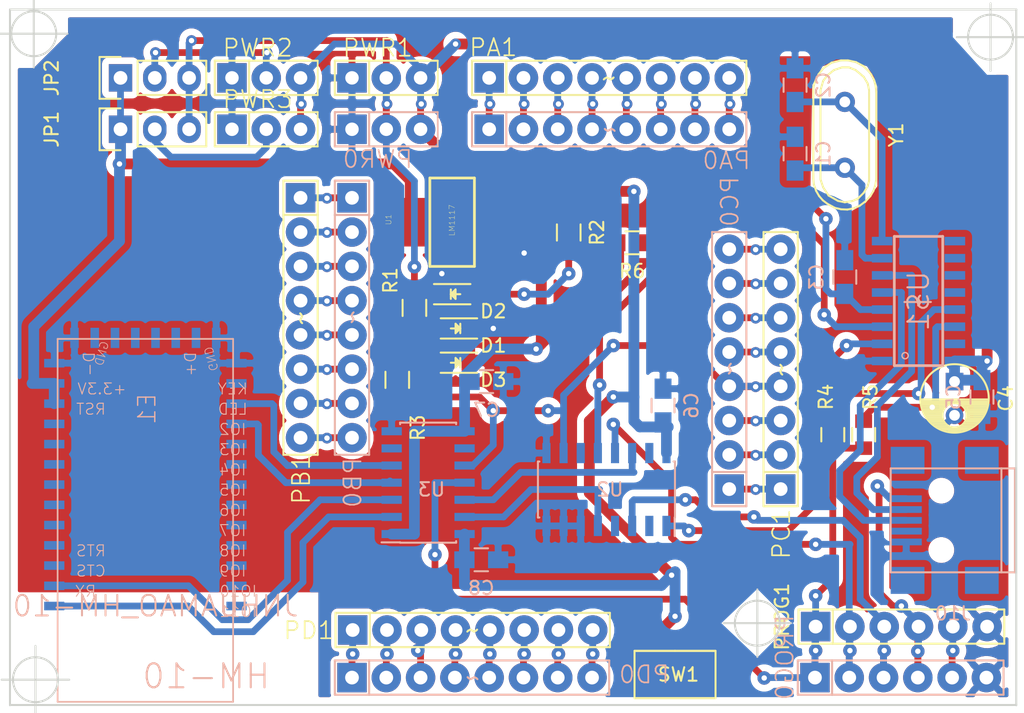
<source format=kicad_pcb>
(kicad_pcb (version 20160815) (host pcbnew "(2016-12-18 revision 3ffa37c)-master")
  (layers (0 Top signal) (31 Bottom signal) (34 B.Paste user) (35 F.Paste user) (36 B.SilkS user) (37 F.SilkS user) (38 B.Mask user) (39 F.Mask user) (44 Edge.Cuts user))
  (net 0 "")
  (net 1 GND)
  (net 2 /N$8)
  (net 3 /3V3)
  (net 4 /N$6)
  (net 5 /N$2)
  (net 6 /N$44)
  (net 7 /N$45)
  (net 8 /DTR)
  (net 9 /N$40)
  (net 10 /N$39)
  (net 11 /N$38)
  (net 12 /N$37)
  (net 13 /N$36)
  (net 14 /N$35)
  (net 15 /N$34)
  (net 16 /N$33)
  (net 17 /N$25)
  (net 18 /N$26)
  (net 19 /N$27)
  (net 20 /N$28)
  (net 21 /N$29)
  (net 22 /N$30)
  (net 23 /N$31)
  (net 24 /N$32)
  (net 25 /N$17)
  (net 26 /N$18)
  (net 27 /N$19)
  (net 28 /PB)
  (net 29 /N$21)
  (net 30 /N$22)
  (net 31 /N$23)
  (net 32 /N$24)
  (net 33 /N$9)
  (net 34 /N$10)
  (net 35 /N$11)
  (net 36 /N$12)
  (net 37 /N$13)
  (net 38 /N$14)
  (net 39 /N$15)
  (net 40 /N$16)
  (net 41 /N$20)
  (net 42 Vdd)
  (net 43 "Net-(E1-Pad2)")
  (net 44 "Net-(E1-Pad1)")
  (net 45 /RX)
  (net 46 /TX)
  (net 47 "Net-(U2-Pad14)")
  (net 48 "Net-(U2-Pad5)")
  (net 49 /XI)
  (net 50 /XO)
  (net 51 /D-)
  (net 52 D+)
  (net 53 /RXD-CH340G)
  (net 54 /TXD-CH340G)
  (net 55 "Net-(D1-Pad2)")
  (net 56 "Net-(D2-Pad2)")
  (net 57 "Net-(D3-Pad2)")
  (net 58 /DTR-BT)
  (net 59 /CONN-BT)
  (net 60 "Net-(R5-Pad1)")
  (net 61 /DTR-USB)
  (module Crystals:Crystal_HC49-U_Vertical (layer Top) (at 171.831 86.36 270)
    (fp_text reference Y1 (at 0 -3.81 270) (layer F.SilkS))
    (fp_text value 12M)
    (pad 2 thru_hole circle (at 2.44094 0 270) (size 1.50114 1.50114) (drill 0.8001) (layers *.Cu *.Mask) (net 49 /XI))
    (pad 1 thru_hole circle (at -2.44094 0 270) (size 1.50114 1.50114) (drill 0.8001) (layers *.Cu *.Mask) (net 50 /XO))
  )
  (module Housings_SOIC:SOIC-16_3.9x9.9mm_Pitch1.27mm (layer Bottom) (at 154.178 112.649 90)
    (fp_text reference U2 (at 0 0.254 180) (layer B.SilkS) (effects (justify mirror)))
    (fp_text value 74LV4052)
    (pad 16 smd rect (at 2.7 4.445 90) (size 1.5 0.6) (layers Bottom B.Paste B.Mask) (net 42 Vdd))
    (pad 15 smd rect (at 2.7 3.175 90) (size 1.5 0.6) (layers Bottom B.Paste B.Mask))
    (pad 14 smd rect (at 2.7 1.905 90) (size 1.5 0.6) (layers Bottom B.Paste B.Mask) (net 47 "Net-(U2-Pad14)"))
    (pad 13 smd rect (at 2.7 0.635 90) (size 1.5 0.6) (layers Bottom B.Paste B.Mask) (net 45 /RX))
    (pad 12 smd rect (at 2.7 -0.635 90) (size 1.5 0.6) (layers Bottom B.Paste B.Mask) (net 53 /RXD-CH340G))
    (pad 11 smd rect (at 2.7 -1.905 90) (size 1.5 0.6) (layers Bottom B.Paste B.Mask))
    (pad 10 smd rect (at 2.7 -3.175 90) (size 1.5 0.6) (layers Bottom B.Paste B.Mask) (net 29 /N$21))
    (pad 9 smd rect (at 2.7 -4.445 90) (size 1.5 0.6) (layers Bottom B.Paste B.Mask) (net 1 GND))
    (pad 8 smd rect (at -2.7 -4.445 90) (size 1.5 0.6) (layers Bottom B.Paste B.Mask) (net 1 GND))
    (pad 7 smd rect (at -2.7 -3.175 90) (size 1.5 0.6) (layers Bottom B.Paste B.Mask) (net 1 GND))
    (pad 6 smd rect (at -2.7 -1.905 90) (size 1.5 0.6) (layers Bottom B.Paste B.Mask) (net 1 GND))
    (pad 5 smd rect (at -2.7 -0.635 90) (size 1.5 0.6) (layers Bottom B.Paste B.Mask) (net 48 "Net-(U2-Pad5)"))
    (pad 4 smd rect (at -2.7 0.635 90) (size 1.5 0.6) (layers Bottom B.Paste B.Mask))
    (pad 3 smd rect (at -2.7 1.905 90) (size 1.5 0.6) (layers Bottom B.Paste B.Mask) (net 46 /TX))
    (pad 2 smd rect (at -2.7 3.175 90) (size 1.5 0.6) (layers Bottom B.Paste B.Mask))
    (pad 1 smd rect (at -2.7 4.445 90) (size 1.5 0.6) (layers Bottom B.Paste B.Mask) (net 54 /TXD-CH340G))
  )
  (module Housings_SOIC:SOIC-14_3.9x8.7mm_Pitch1.27mm (layer Bottom) (at 140.97 112.141)
    (fp_text reference U3 (at 0.254 0.508) (layer B.SilkS) (effects (justify mirror)))
    (fp_text value TXB0104)
    (pad 14 smd rect (at 2.7 3.81) (size 1.5 0.6) (layers Bottom B.Paste B.Mask) (net 42 Vdd))
    (pad 13 smd rect (at 2.7 2.54) (size 1.5 0.6) (layers Bottom B.Paste B.Mask) (net 48 "Net-(U2-Pad5)"))
    (pad 12 smd rect (at 2.7 1.27) (size 1.5 0.6) (layers Bottom B.Paste B.Mask) (net 47 "Net-(U2-Pad14)"))
    (pad 11 smd rect (at 2.7 0) (size 1.5 0.6) (layers Bottom B.Paste B.Mask) (net 8 /DTR))
    (pad 10 smd rect (at 2.7 -1.27) (size 1.5 0.6) (layers Bottom B.Paste B.Mask) (net 29 /N$21))
    (pad 9 smd rect (at 2.7 -2.54) (size 1.5 0.6) (layers Bottom B.Paste B.Mask))
    (pad 8 smd rect (at 2.7 -3.81) (size 1.5 0.6) (layers Bottom B.Paste B.Mask) (net 3 /3V3))
    (pad 7 smd rect (at -2.7 -3.81) (size 1.5 0.6) (layers Bottom B.Paste B.Mask) (net 1 GND))
    (pad 6 smd rect (at -2.7 -2.54) (size 1.5 0.6) (layers Bottom B.Paste B.Mask))
    (pad 5 smd rect (at -2.7 -1.27) (size 1.5 0.6) (layers Bottom B.Paste B.Mask) (net 59 /CONN-BT))
    (pad 4 smd rect (at -2.7 0) (size 1.5 0.6) (layers Bottom B.Paste B.Mask) (net 58 /DTR-BT))
    (pad 3 smd rect (at -2.7 1.27) (size 1.5 0.6) (layers Bottom B.Paste B.Mask) (net 43 "Net-(E1-Pad2)"))
    (pad 2 smd rect (at -2.7 2.54) (size 1.5 0.6) (layers Bottom B.Paste B.Mask) (net 44 "Net-(E1-Pad1)"))
    (pad 1 smd rect (at -2.7 3.81) (size 1.5 0.6) (layers Bottom B.Paste B.Mask) (net 3 /3V3))
  )
  (module shield:SPARKFUN-POWERIC_SOT223 (layer Top) (at 142.748 92.837 90)
    (fp_text reference U1 (at 0.1905 -4.7117 90) (layer F.SilkS) (effects (font (size 0.4064 0.4064) (thickness 0.0254))))
    (fp_text value LM1117 (at 0.1397 -0.0127 90) (layer F.SilkS) (effects (font (size 0.4064 0.4064) (thickness 0.0254))))
    (pad 1 smd rect (at -2.3114 3.0988 90) (size 1.2192 2.2352) (layers Top F.Paste F.Mask) (net 1 GND))
    (pad 2 smd rect (at 0 3.0988 90) (size 1.2192 2.2352) (layers Top F.Paste F.Mask) (net 3 /3V3))
    (pad 3 smd rect (at 2.30886 3.0988 90) (size 1.2192 2.2352) (layers Top F.Paste F.Mask) (net 42 Vdd))
    (pad 4 smd rect (at 0 -3.0988 90) (size 3.59918 2.19964) (layers Top F.Paste F.Mask) (net 3 /3V3))
  )
  (module shield:DP_DEVICES.V6_M1X8 (layer Bottom) (at 154.3811 85.9486)
    (fp_text reference PA0 (at 8.6869 2.3164) (layer B.SilkS) (effects (font (size 1.27 1.27) (thickness 0.127)) (justify mirror)))
    (fp_text value ~ (at 0 0) (layer B.SilkS) (effects (justify mirror)))
    (pad 8 thru_hole circle (at 8.89 0) (size 2.18186 2.18186) (drill 1.01854) (layers *.Cu *.Paste *.Mask) (net 16 /N$33))
    (pad 7 thru_hole circle (at 6.35 0) (size 2.18186 2.18186) (drill 1.01854) (layers *.Cu *.Paste *.Mask) (net 15 /N$34))
    (pad 6 thru_hole circle (at 3.81 0) (size 2.18186 2.18186) (drill 1.01854) (layers *.Cu *.Paste *.Mask) (net 14 /N$35))
    (pad 5 thru_hole circle (at 1.27 0) (size 2.18186 2.18186) (drill 1.01854) (layers *.Cu *.Paste *.Mask) (net 13 /N$36))
    (pad 4 thru_hole circle (at -1.27 0) (size 2.18186 2.18186) (drill 1.01854) (layers *.Cu *.Paste *.Mask) (net 12 /N$37))
    (pad 3 thru_hole circle (at -3.81 0) (size 2.18186 2.18186) (drill 1.01854) (layers *.Cu *.Paste *.Mask) (net 11 /N$38))
    (pad 2 thru_hole circle (at -6.35 0) (size 2.18186 2.18186) (drill 1.01854) (layers *.Cu *.Paste *.Mask) (net 10 /N$39))
    (pad 1 thru_hole rect (at -8.89 0) (size 2.18186 2.18186) (drill 1.01854) (layers *.Cu *.Paste *.Mask) (net 9 /N$40))
  )
  (module shield:DP_DEVICES.V6_M1X8 (layer Top) (at 154.3811 82.1386)
    (fp_text reference PA1 (at -8.5851 -2.2556) (layer F.SilkS) (effects (font (size 1.27 1.27) (thickness 0.127))))
    (fp_text value ~ (at 0 0) (layer F.SilkS))
    (pad 1 thru_hole rect (at -8.89 0) (size 2.18186 2.18186) (drill 1.01854) (layers *.Cu *.Paste *.Mask) (net 9 /N$40))
    (pad 2 thru_hole circle (at -6.35 0) (size 2.18186 2.18186) (drill 1.01854) (layers *.Cu *.Paste *.Mask) (net 10 /N$39))
    (pad 3 thru_hole circle (at -3.81 0) (size 2.18186 2.18186) (drill 1.01854) (layers *.Cu *.Paste *.Mask) (net 11 /N$38))
    (pad 4 thru_hole circle (at -1.27 0) (size 2.18186 2.18186) (drill 1.01854) (layers *.Cu *.Paste *.Mask) (net 12 /N$37))
    (pad 5 thru_hole circle (at 1.27 0) (size 2.18186 2.18186) (drill 1.01854) (layers *.Cu *.Paste *.Mask) (net 13 /N$36))
    (pad 6 thru_hole circle (at 3.81 0) (size 2.18186 2.18186) (drill 1.01854) (layers *.Cu *.Paste *.Mask) (net 14 /N$35))
    (pad 7 thru_hole circle (at 6.35 0) (size 2.18186 2.18186) (drill 1.01854) (layers *.Cu *.Paste *.Mask) (net 15 /N$34))
    (pad 8 thru_hole circle (at 8.89 0) (size 2.18186 2.18186) (drill 1.01854) (layers *.Cu *.Paste *.Mask) (net 16 /N$33))
  )
  (module shield:DP_DEVICES.V6_M1X8 (layer Bottom) (at 135.3311 99.9186 270)
    (fp_text reference PB0 (at 12.2224 -0.0509 270) (layer B.SilkS) (effects (font (size 1.27 1.27) (thickness 0.127)) (justify mirror)))
    (fp_text value ~ (at 0 0 270) (layer B.SilkS) (effects (justify mirror)))
    (pad 1 thru_hole rect (at -8.89 0 270) (size 2.18186 2.18186) (drill 1.01854) (layers *.Cu *.Paste *.Mask) (net 24 /N$32))
    (pad 2 thru_hole circle (at -6.35 0 270) (size 2.18186 2.18186) (drill 1.01854) (layers *.Cu *.Paste *.Mask) (net 23 /N$31))
    (pad 3 thru_hole circle (at -3.81 0 270) (size 2.18186 2.18186) (drill 1.01854) (layers *.Cu *.Paste *.Mask) (net 22 /N$30))
    (pad 4 thru_hole circle (at -1.27 0 270) (size 2.18186 2.18186) (drill 1.01854) (layers *.Cu *.Paste *.Mask) (net 21 /N$29))
    (pad 5 thru_hole circle (at 1.27 0 270) (size 2.18186 2.18186) (drill 1.01854) (layers *.Cu *.Paste *.Mask) (net 20 /N$28))
    (pad 6 thru_hole circle (at 3.81 0 270) (size 2.18186 2.18186) (drill 1.01854) (layers *.Cu *.Paste *.Mask) (net 19 /N$27))
    (pad 7 thru_hole circle (at 6.35 0 270) (size 2.18186 2.18186) (drill 1.01854) (layers *.Cu *.Paste *.Mask) (net 18 /N$26))
    (pad 8 thru_hole circle (at 8.89 0 270) (size 2.18186 2.18186) (drill 1.01854) (layers *.Cu *.Paste *.Mask) (net 17 /N$25))
  )
  (module shield:DP_DEVICES.V6_M1X8 (layer Top) (at 131.5211 99.9186 270)
    (fp_text reference PB1 (at 11.9684 -0.0509 270) (layer F.SilkS) (effects (font (size 1.27 1.27) (thickness 0.127))))
    (fp_text value ~ (at 0 0 270) (layer F.SilkS))
    (pad 8 thru_hole circle (at 8.89 0 270) (size 2.18186 2.18186) (drill 1.01854) (layers *.Cu *.Paste *.Mask) (net 17 /N$25))
    (pad 7 thru_hole circle (at 6.35 0 270) (size 2.18186 2.18186) (drill 1.01854) (layers *.Cu *.Paste *.Mask) (net 18 /N$26))
    (pad 6 thru_hole circle (at 3.81 0 270) (size 2.18186 2.18186) (drill 1.01854) (layers *.Cu *.Paste *.Mask) (net 19 /N$27))
    (pad 5 thru_hole circle (at 1.27 0 270) (size 2.18186 2.18186) (drill 1.01854) (layers *.Cu *.Paste *.Mask) (net 20 /N$28))
    (pad 4 thru_hole circle (at -1.27 0 270) (size 2.18186 2.18186) (drill 1.01854) (layers *.Cu *.Paste *.Mask) (net 21 /N$29))
    (pad 3 thru_hole circle (at -3.81 0 270) (size 2.18186 2.18186) (drill 1.01854) (layers *.Cu *.Paste *.Mask) (net 22 /N$30))
    (pad 2 thru_hole circle (at -6.35 0 270) (size 2.18186 2.18186) (drill 1.01854) (layers *.Cu *.Paste *.Mask) (net 23 /N$31))
    (pad 1 thru_hole rect (at -8.89 0 270) (size 2.18186 2.18186) (drill 1.01854) (layers *.Cu *.Paste *.Mask) (net 24 /N$32))
  )
  (module shield:DP_DEVICES.V6_M1X8 (layer Bottom) (at 163.2711 103.7286 90)
    (fp_text reference PC0 (at 12.4156 0.0509 90) (layer B.SilkS) (effects (font (size 1.27 1.27) (thickness 0.127)) (justify mirror)))
    (fp_text value ~ (at 0 0 90) (layer B.SilkS) (effects (justify mirror)))
    (pad 1 thru_hole rect (at -8.89 0 90) (size 2.18186 2.18186) (drill 1.01854) (layers *.Cu *.Paste *.Mask) (net 32 /N$24))
    (pad 2 thru_hole circle (at -6.35 0 90) (size 2.18186 2.18186) (drill 1.01854) (layers *.Cu *.Paste *.Mask) (net 31 /N$23))
    (pad 3 thru_hole circle (at -3.81 0 90) (size 2.18186 2.18186) (drill 1.01854) (layers *.Cu *.Paste *.Mask) (net 30 /N$22))
    (pad 4 thru_hole circle (at -1.27 0 90) (size 2.18186 2.18186) (drill 1.01854) (layers *.Cu *.Paste *.Mask) (net 29 /N$21))
    (pad 5 thru_hole circle (at 1.27 0 90) (size 2.18186 2.18186) (drill 1.01854) (layers *.Cu *.Paste *.Mask) (net 28 /PB))
    (pad 6 thru_hole circle (at 3.81 0 90) (size 2.18186 2.18186) (drill 1.01854) (layers *.Cu *.Paste *.Mask) (net 27 /N$19))
    (pad 7 thru_hole circle (at 6.35 0 90) (size 2.18186 2.18186) (drill 1.01854) (layers *.Cu *.Paste *.Mask) (net 26 /N$18))
    (pad 8 thru_hole circle (at 8.89 0 90) (size 2.18186 2.18186) (drill 1.01854) (layers *.Cu *.Paste *.Mask) (net 25 /N$17))
  )
  (module shield:DP_DEVICES.V6_M1X8 (layer Top) (at 167.0811 103.7286 90)
    (fp_text reference PC1 (at -12.2224 0.0509 90) (layer F.SilkS) (effects (font (size 1.27 1.27) (thickness 0.127))))
    (fp_text value ~ (at 0 0 90) (layer F.SilkS))
    (pad 8 thru_hole circle (at 8.89 0 90) (size 2.18186 2.18186) (drill 1.01854) (layers *.Cu *.Paste *.Mask) (net 25 /N$17))
    (pad 7 thru_hole circle (at 6.35 0 90) (size 2.18186 2.18186) (drill 1.01854) (layers *.Cu *.Paste *.Mask) (net 26 /N$18))
    (pad 6 thru_hole circle (at 3.81 0 90) (size 2.18186 2.18186) (drill 1.01854) (layers *.Cu *.Paste *.Mask) (net 27 /N$19))
    (pad 5 thru_hole circle (at 1.27 0 90) (size 2.18186 2.18186) (drill 1.01854) (layers *.Cu *.Paste *.Mask) (net 28 /PB))
    (pad 4 thru_hole circle (at -1.27 0 90) (size 2.18186 2.18186) (drill 1.01854) (layers *.Cu *.Paste *.Mask) (net 29 /N$21))
    (pad 3 thru_hole circle (at -3.81 0 90) (size 2.18186 2.18186) (drill 1.01854) (layers *.Cu *.Paste *.Mask) (net 30 /N$22))
    (pad 2 thru_hole circle (at -6.35 0 90) (size 2.18186 2.18186) (drill 1.01854) (layers *.Cu *.Paste *.Mask) (net 31 /N$23))
    (pad 1 thru_hole rect (at -8.89 0 90) (size 2.18186 2.18186) (drill 1.01854) (layers *.Cu *.Paste *.Mask) (net 32 /N$24))
  )
  (module shield:DP_DEVICES.V6_M1X8 (layer Bottom) (at 144.2211 126.5886)
    (fp_text reference PD0 (at 12.7509 -0.2236) (layer B.SilkS) (effects (font (size 1.27 1.27) (thickness 0.127)) (justify mirror)))
    (fp_text value ~ (at 0 0) (layer B.SilkS) (effects (justify mirror)))
    (pad 1 thru_hole rect (at -8.89 0) (size 2.18186 2.18186) (drill 1.01854) (layers *.Cu *.Paste *.Mask) (net 40 /N$16))
    (pad 2 thru_hole circle (at -6.35 0) (size 2.18186 2.18186) (drill 1.01854) (layers *.Cu *.Paste *.Mask) (net 39 /N$15))
    (pad 3 thru_hole circle (at -3.81 0) (size 2.18186 2.18186) (drill 1.01854) (layers *.Cu *.Paste *.Mask) (net 38 /N$14))
    (pad 4 thru_hole circle (at -1.27 0) (size 2.18186 2.18186) (drill 1.01854) (layers *.Cu *.Paste *.Mask) (net 37 /N$13))
    (pad 5 thru_hole circle (at 1.27 0) (size 2.18186 2.18186) (drill 1.01854) (layers *.Cu *.Paste *.Mask) (net 36 /N$12))
    (pad 6 thru_hole circle (at 3.81 0) (size 2.18186 2.18186) (drill 1.01854) (layers *.Cu *.Paste *.Mask) (net 35 /N$11))
    (pad 7 thru_hole circle (at 6.35 0) (size 2.18186 2.18186) (drill 1.01854) (layers *.Cu *.Paste *.Mask) (net 34 /N$10))
    (pad 8 thru_hole circle (at 8.89 0) (size 2.18186 2.18186) (drill 1.01854) (layers *.Cu *.Paste *.Mask) (net 33 /N$9))
  )
  (module shield:DP_DEVICES.V6_M1X8 (layer Top) (at 144.272 123.063)
    (fp_text reference PD1 (at -12.1411 0.0304) (layer F.SilkS) (effects (font (size 1.27 1.27) (thickness 0.127))))
    (fp_text value ~ (at 0 0) (layer F.SilkS))
    (pad 8 thru_hole circle (at 8.89 0) (size 2.18186 2.18186) (drill 1.01854) (layers *.Cu *.Paste *.Mask) (net 33 /N$9))
    (pad 7 thru_hole circle (at 6.35 0) (size 2.18186 2.18186) (drill 1.01854) (layers *.Cu *.Paste *.Mask) (net 34 /N$10))
    (pad 6 thru_hole circle (at 3.81 0) (size 2.18186 2.18186) (drill 1.01854) (layers *.Cu *.Paste *.Mask) (net 35 /N$11))
    (pad 5 thru_hole circle (at 1.27 0) (size 2.18186 2.18186) (drill 1.01854) (layers *.Cu *.Paste *.Mask) (net 36 /N$12))
    (pad 4 thru_hole circle (at -1.27 0) (size 2.18186 2.18186) (drill 1.01854) (layers *.Cu *.Paste *.Mask) (net 37 /N$13))
    (pad 3 thru_hole circle (at -3.81 0) (size 2.18186 2.18186) (drill 1.01854) (layers *.Cu *.Paste *.Mask) (net 38 /N$14))
    (pad 2 thru_hole circle (at -6.35 0) (size 2.18186 2.18186) (drill 1.01854) (layers *.Cu *.Paste *.Mask) (net 39 /N$15))
    (pad 1 thru_hole rect (at -8.89 0) (size 2.18186 2.18186) (drill 1.01854) (layers *.Cu *.Paste *.Mask) (net 40 /N$16))
  )
  (module shield:DP_DEVICES.V6_M1X6 (layer Bottom) (at 169.6211 126.5886)
    (fp_text reference PROG0 (at -2.2351 -1.4936 90) (layer B.SilkS) (effects (font (size 1.27 1.27) (thickness 0.127)) (justify mirror)))
    (fp_text value ~ (at 0 0) (layer B.SilkS) (effects (justify mirror)))
    (pad 1 thru_hole rect (at 0 0) (size 2.18186 2.18186) (drill 1.01854) (layers *.Cu *.Paste *.Mask) (net 8 /DTR))
    (pad 2 thru_hole circle (at 2.54 0) (size 2.18186 2.18186) (drill 1.01854) (layers *.Cu *.Paste *.Mask) (net 45 /RX))
    (pad 3 thru_hole circle (at 5.08 0) (size 2.18186 2.18186) (drill 1.01854) (layers *.Cu *.Paste *.Mask) (net 46 /TX))
    (pad 4 thru_hole circle (at 7.62 0) (size 2.18186 2.18186) (drill 1.01854) (layers *.Cu *.Paste *.Mask) (net 4 /N$6))
    (pad 5 thru_hole circle (at 10.16 0) (size 2.18186 2.18186) (drill 1.01854) (layers *.Cu *.Paste *.Mask) (net 41 /N$20))
    (pad 6 thru_hole circle (at 12.7 0) (size 2.18186 2.18186) (drill 1.01854) (layers *.Cu *.Paste *.Mask) (net 1 GND))
  )
  (module shield:DP_DEVICES.V6_M1X6 (layer Top) (at 169.672 122.809)
    (fp_text reference PROG1 (at -2.4891 -0.7316 270) (layer F.SilkS))
    (fp_text value ~ (at 0 0) (layer F.SilkS))
    (pad 6 thru_hole circle (at 12.7 0) (size 2.18186 2.18186) (drill 1.01854) (layers *.Cu *.Paste *.Mask) (net 1 GND))
    (pad 5 thru_hole circle (at 10.16 0) (size 2.18186 2.18186) (drill 1.01854) (layers *.Cu *.Paste *.Mask) (net 41 /N$20))
    (pad 4 thru_hole circle (at 7.62 0) (size 2.18186 2.18186) (drill 1.01854) (layers *.Cu *.Paste *.Mask) (net 4 /N$6))
    (pad 3 thru_hole circle (at 5.08 0) (size 2.18186 2.18186) (drill 1.01854) (layers *.Cu *.Paste *.Mask) (net 46 /TX))
    (pad 2 thru_hole circle (at 2.54 0) (size 2.18186 2.18186) (drill 1.01854) (layers *.Cu *.Paste *.Mask) (net 45 /RX))
    (pad 1 thru_hole rect (at 0 0) (size 2.18186 2.18186) (drill 1.01854) (layers *.Cu *.Paste *.Mask) (net 8 /DTR))
  )
  (module shield:DP_DEVICES.V6_M1X3 (layer Bottom) (at 135.3311 85.9486)
    (fp_text reference PWR0 (at 1.905 2.2225) (layer B.SilkS) (effects (font (size 1.27 1.27) (thickness 0.127)) (justify mirror)))
    (fp_text value ~ (at 0 0) (layer B.SilkS) (effects (justify mirror)))
    (pad 1 thru_hole rect (at 0 0) (size 2.18186 2.18186) (drill 0.99822) (layers *.Cu *.Paste *.Mask) (net 1 GND))
    (pad 2 thru_hole circle (at 2.54 0) (size 2.18186 2.18186) (drill 0.99822) (layers *.Cu *.Paste *.Mask) (net 5 /N$2))
    (pad 3 thru_hole circle (at 5.08 0) (size 2.18186 2.18186) (drill 0.99822) (layers *.Cu *.Paste *.Mask) (net 42 Vdd))
  )
  (module LEDs:LED_0805 (layer Top) (at 143.002 100.711 180)
    (fp_text reference D1 (at -2.794 -1.27 180) (layer F.SilkS))
    (fp_text value ORANGE)
    (pad 1 smd rect (at -1.04902 0) (size 1.19888 1.19888) (layers Top F.Paste F.Mask) (net 1 GND))
    (pad 2 smd rect (at 1.04902 0) (size 1.19888 1.19888) (layers Top F.Paste F.Mask) (net 55 "Net-(D1-Pad2)"))
  )
  (module LEDs:LED_0805 (layer Top) (at 143.002 98.171)
    (fp_text reference D2 (at 2.794 1.27) (layer F.SilkS))
    (fp_text value RED)
    (pad 1 smd rect (at -1.04902 0 180) (size 1.19888 1.19888) (layers Top F.Paste F.Mask) (net 1 GND))
    (pad 2 smd rect (at 1.04902 0 180) (size 1.19888 1.19888) (layers Top F.Paste F.Mask) (net 56 "Net-(D2-Pad2)"))
  )
  (module LEDs:LED_0805 (layer Top) (at 143.002 103.251 180)
    (fp_text reference D3 (at -2.794 -1.27 180) (layer F.SilkS))
    (fp_text value BLUE)
    (pad 2 smd rect (at 1.04902 0) (size 1.19888 1.19888) (layers Top F.Paste F.Mask) (net 57 "Net-(D3-Pad2)"))
    (pad 1 smd rect (at -1.04902 0) (size 1.19888 1.19888) (layers Top F.Paste F.Mask) (net 1 GND))
  )
  (module Resistors_SMD:R_0805_HandSoldering (layer Top) (at 139.954 99.187 270)
    (fp_text reference R1 (at -2.032 1.778 270) (layer F.SilkS))
    (fp_text value 68)
    (pad 2 smd rect (at 1.35 0 270) (size 1.5 1.3) (layers Top F.Paste F.Mask) (net 55 "Net-(D1-Pad2)"))
    (pad 1 smd rect (at -1.35 0 270) (size 1.5 1.3) (layers Top F.Paste F.Mask) (net 5 /N$2))
  )
  (module Resistors_SMD:R_0805_HandSoldering (layer Top) (at 151.384 93.599 270)
    (fp_text reference R2 (at 0 -2.1 270) (layer F.SilkS))
    (fp_text value 150)
    (pad 1 smd rect (at -1.35 0 270) (size 1.5 1.3) (layers Top F.Paste F.Mask) (net 42 Vdd))
    (pad 2 smd rect (at 1.35 0 270) (size 1.5 1.3) (layers Top F.Paste F.Mask) (net 56 "Net-(D2-Pad2)"))
  )
  (module Resistors_SMD:R_0805_HandSoldering (layer Top) (at 138.684 104.521 270)
    (fp_text reference R3 (at 3.556 -1.524 270) (layer F.SilkS))
    (fp_text value 100)
    (pad 2 smd rect (at 1.35 0 270) (size 1.5 1.3) (layers Top F.Paste F.Mask) (net 29 /N$21))
    (pad 1 smd rect (at -1.35 0 270) (size 1.5 1.3) (layers Top F.Paste F.Mask) (net 57 "Net-(D3-Pad2)"))
  )
  (module Capacitors_SMD:C_0805 (layer Top) (at 170.942 108.585 270)
    (fp_text reference R4 (at -2.794 0.508 270) (layer F.SilkS))
    (fp_text value DTR-RST)
    (pad 2 smd rect (at 1 0 270) (size 1 1.25) (layers Top F.Paste F.Mask) (net 8 /DTR))
    (pad 1 smd rect (at -1 0 270) (size 1 1.25) (layers Top F.Paste F.Mask) (net 61 /DTR-USB))
  )
  (module Capacitors_SMD:C_0805 (layer Top) (at 173.228 108.585 270)
    (fp_text reference R5 (at -2.794 -0.508 270) (layer F.SilkS))
    (fp_text value RTS-RST)
    (pad 1 smd rect (at -1 0 270) (size 1 1.25) (layers Top F.Paste F.Mask) (net 60 "Net-(R5-Pad1)"))
    (pad 2 smd rect (at 1 0 270) (size 1 1.25) (layers Top F.Paste F.Mask) (net 8 /DTR))
  )
  (module shield-pretty:NANO-SWITCH (layer Top) (at 159.258 126.111)
    (fp_text reference SW1 (at 0.254 0.254) (layer F.SilkS))
    (fp_text value RESET)
    (pad 1 smd rect (at 3.5 0.25) (size 1.524 1.524) (layers Top F.Paste F.Mask) (net 8 /DTR))
    (pad 2 smd rect (at -3.5 0.25) (size 1.524 1.524) (layers Top F.Paste F.Mask) (net 42 Vdd))
  )
  (module Capacitors_SMD:C_0805_HandSoldering (layer Bottom) (at 168.148 87.757 90)
    (fp_text reference C1 (at 0 2.1 90) (layer B.SilkS) (effects (justify mirror)))
    (fp_text value 22p)
    (pad 1 smd rect (at -1.25 0 90) (size 1.5 1.25) (layers Bottom B.Paste B.Mask) (net 49 /XI))
    (pad 2 smd rect (at 1.25 0 90) (size 1.5 1.25) (layers Bottom B.Paste B.Mask) (net 1 GND))
  )
  (module Capacitors_SMD:C_0805_HandSoldering (layer Bottom) (at 168.148 82.677 90)
    (fp_text reference C2 (at 0 2.1 90) (layer B.SilkS) (effects (justify mirror)))
    (fp_text value 22p)
    (pad 2 smd rect (at 1.25 0 90) (size 1.5 1.25) (layers Bottom B.Paste B.Mask) (net 1 GND))
    (pad 1 smd rect (at -1.25 0 90) (size 1.5 1.25) (layers Bottom B.Paste B.Mask) (net 50 /XO))
  )
  (module Capacitors_SMD:C_0805_HandSoldering (layer Bottom) (at 171.831 96.901 270)
    (fp_text reference C3 (at 0 2.1 270) (layer B.SilkS) (effects (justify mirror)))
    (fp_text value 0.01u)
    (pad 1 smd rect (at -1.25 0 270) (size 1.5 1.25) (layers Bottom B.Paste B.Mask) (net 1 GND))
    (pad 2 smd rect (at 1.25 0 270) (size 1.5 1.25) (layers Bottom B.Paste B.Mask) (net 2 /N$8))
  )
  (module Capacitors_THT:C_Radial_D5_L6_P2.5 (layer Top) (at 179.959 104.648 270)
    (fp_text reference C4 (at 1.25 -3.8 270) (layer F.SilkS))
    (fp_text value 22u)
    (pad 2 thru_hole circle (at 2.5 0 270) (size 1.3 1.3) (drill 0.8) (layers *.Cu *.Mask) (net 1 GND))
    (pad 1 thru_hole rect (at 0 0 270) (size 1.3 1.3) (drill 0.8) (layers *.Cu *.Mask) (net 42 Vdd))
  )
  (module Capacitors_SMD:C_0805_HandSoldering (layer Bottom) (at 181.991 105.791 270)
    (fp_text reference C5 (at 0 2.1 270) (layer B.SilkS) (effects (justify mirror)))
    (fp_text value 0.1u)
    (pad 2 smd rect (at 1.25 0 270) (size 1.5 1.25) (layers Bottom B.Paste B.Mask) (net 1 GND))
    (pad 1 smd rect (at -1.25 0 270) (size 1.5 1.25) (layers Bottom B.Paste B.Mask) (net 42 Vdd))
  )
  (module Capacitors_SMD:C_0805_HandSoldering (layer Bottom) (at 158.369 106.426 90)
    (fp_text reference C6 (at 0 2.1 90) (layer B.SilkS) (effects (justify mirror)))
    (fp_text value 0.1u)
    (pad 1 smd rect (at -1.25 0 90) (size 1.5 1.25) (layers Bottom B.Paste B.Mask) (net 42 Vdd))
    (pad 2 smd rect (at 1.25 0 90) (size 1.5 1.25) (layers Bottom B.Paste B.Mask) (net 1 GND))
  )
  (module Capacitors_SMD:C_0805_HandSoldering (layer Bottom) (at 145.288 104.648)
    (fp_text reference C7 (at 0 2.1) (layer B.SilkS) (effects (justify mirror)))
    (fp_text value 0.1u)
    (pad 2 smd rect (at 1.25 0) (size 1.5 1.25) (layers Bottom B.Paste B.Mask) (net 1 GND))
    (pad 1 smd rect (at -1.25 0) (size 1.5 1.25) (layers Bottom B.Paste B.Mask) (net 3 /3V3))
  )
  (module Capacitors_SMD:C_0805_HandSoldering (layer Bottom) (at 144.907 117.856)
    (fp_text reference C8 (at 0 2.1) (layer B.SilkS) (effects (justify mirror)))
    (fp_text value 0.1u)
    (pad 2 smd rect (at 1.25 0) (size 1.5 1.25) (layers Bottom B.Paste B.Mask) (net 1 GND))
    (pad 1 smd rect (at -1.25 0) (size 1.5 1.25) (layers Bottom B.Paste B.Mask) (net 42 Vdd))
  )
  (module shield:JNHUAMAO_26.9X13X2.2_BOARD (layer Bottom) (at 120.777 121.285)
    (fp_text reference E1 (at -0.635 -14.605 270) (layer B.SilkS) (effects (font (size 1.27 1.27) (thickness 0.1016)) (justify mirror)))
    (fp_text value JNHUAMAO_HM-10 (at 0 0) (layer B.SilkS) (effects (justify mirror)))
    (fp_text user RX (at -5.18668 -1.0922) (layer B.SilkS) (effects (font (size 0.8128 0.8128) (thickness 0.0762)) (justify mirror)))
    (fp_text user CTS (at -4.78028 -2.59334) (layer B.SilkS) (effects (font (size 0.8128 0.8128) (thickness 0.0762)) (justify mirror)))
    (fp_text user RTS (at -4.78028 -4.09194) (layer B.SilkS) (effects (font (size 0.8128 0.8128) (thickness 0.0762)) (justify mirror)))
    (fp_text user RST (at -4.78028 -14.5923) (layer B.SilkS) (effects (font (size 0.8128 0.8128) (thickness 0.0762)) (justify mirror)))
    (fp_text user +3.3V (at -3.96748 -16.09344) (layer B.SilkS) (effects (font (size 0.8128 0.8128) (thickness 0.0762)) (justify mirror)))
    (fp_text user GND (at -3.96748 -18.71726 255) (layer B.SilkS) (effects (font (size 0.6096 0.6096) (thickness 0.0508)) (justify mirror)))
    (fp_text user D- (at -4.90474 -17.93494 270) (layer B.SilkS) (effects (font (size 0.8128 0.8128) (thickness 0.0762)) (justify mirror)))
    (fp_text user D+ (at 2.59334 -17.93494 270) (layer B.SilkS) (effects (font (size 0.8128 0.8128) (thickness 0.0762)) (justify mirror)))
    (fp_text user GND (at 4.09194 -18.31086 285) (layer B.SilkS) (effects (font (size 0.6096 0.6096) (thickness 0.0508)) (justify mirror)))
    (fp_text user KEY (at 5.71754 -16.09344) (layer B.SilkS) (effects (font (size 0.8128 0.8128) (thickness 0.0762)) (justify mirror)))
    (fp_text user LED (at 5.71754 -14.5923) (layer B.SilkS) (effects (font (size 0.8128 0.8128) (thickness 0.0762)) (justify mirror)))
    (fp_text user IO2 (at 5.71754 -13.09116) (layer B.SilkS) (effects (font (size 0.8128 0.8128) (thickness 0.0762)) (justify mirror)))
    (fp_text user IO3 (at 5.71754 -11.59256) (layer B.SilkS) (effects (font (size 0.8128 0.8128) (thickness 0.0762)) (justify mirror)))
    (fp_text user IO4 (at 5.71754 -10.09142) (layer B.SilkS) (effects (font (size 0.8128 0.8128) (thickness 0.0762)) (justify mirror)))
    (fp_text user IO5 (at 5.71754 -8.59282) (layer B.SilkS) (effects (font (size 0.8128 0.8128) (thickness 0.0762)) (justify mirror)))
    (fp_text user IO6 (at 5.71754 -7.09168) (layer B.SilkS) (effects (font (size 0.8128 0.8128) (thickness 0.0762)) (justify mirror)))
    (fp_text user IO7 (at 5.71754 -5.59308) (layer B.SilkS) (effects (font (size 0.8128 0.8128) (thickness 0.0762)) (justify mirror)))
    (fp_text user IO8 (at 5.71754 -4.09194) (layer B.SilkS) (effects (font (size 0.8128 0.8128) (thickness 0.0762)) (justify mirror)))
    (fp_text user IO9 (at 5.71754 -2.59334) (layer B.SilkS) (effects (font (size 0.8128 0.8128) (thickness 0.0762)) (justify mirror)))
    (fp_text user IO10 (at 6.12394 -1.0922) (layer B.SilkS) (effects (font (size 0.8128 0.8128) (thickness 0.0762)) (justify mirror)))
    (fp_text user IO11 (at 6.12394 0.4064) (layer B.SilkS) (effects (font (size 0.8128 0.8128) (thickness 0.0762)) (justify mirror)))
    (fp_text user HM-10 (at 3.75412 5.207) (layer B.SilkS) (effects (font (size 1.778 1.778) (thickness 0.1524)) (justify mirror)))
    (pad $7 smd rect (at -7.49808 -8.99922) (size 1.4986 0.635) (layers Bottom B.Paste B.Mask))
    (pad 1 smd rect (at -7.49808 0) (size 1.4986 0.635) (layers Bottom B.Paste B.Mask) (net 44 "Net-(E1-Pad1)"))
    (pad 2 smd rect (at -7.49808 -1.4986) (size 1.4986 0.635) (layers Bottom B.Paste B.Mask) (net 43 "Net-(E1-Pad2)"))
    (pad 3 smd rect (at -7.49808 -2.99974) (size 1.4986 0.635) (layers Bottom B.Paste B.Mask))
    (pad 4 smd rect (at -7.49808 -4.49834) (size 1.4986 0.635) (layers Bottom B.Paste B.Mask))
    (pad 5 smd rect (at -7.49808 -5.99948) (size 1.4986 0.635) (layers Bottom B.Paste B.Mask))
    (pad 6 smd rect (at -7.49808 -7.49808) (size 1.4986 0.635) (layers Bottom B.Paste B.Mask))
    (pad 8 smd rect (at -7.49808 -10.49782) (size 1.4986 0.635) (layers Bottom B.Paste B.Mask))
    (pad 9 smd rect (at -7.49808 -11.99896) (size 1.4986 0.635) (layers Bottom B.Paste B.Mask))
    (pad 10 smd rect (at -7.49808 -13.49756) (size 1.4986 0.635) (layers Bottom B.Paste B.Mask))
    (pad 11 smd rect (at -7.49808 -14.9987) (size 1.4986 0.635) (layers Bottom B.Paste B.Mask) (net 3 /3V3))
    (pad 12 smd rect (at -7.49808 -16.49984) (size 1.4986 0.635) (layers Bottom B.Paste B.Mask) (net 3 /3V3))
    (pad 13 smd rect (at -7.49808 -17.99844) (size 1.4986 0.635) (layers Bottom B.Paste B.Mask) (net 1 GND))
    (pad 14 smd rect (at -5.99948 -19.87296 270) (size 1.4986 0.635) (layers Bottom B.Paste B.Mask) (net 1 GND))
    (pad 15 smd rect (at -4.49834 -19.87296 270) (size 1.4986 0.635) (layers Bottom B.Paste B.Mask))
    (pad 16 smd rect (at -2.99974 -19.87296 270) (size 1.4986 0.635) (layers Bottom B.Paste B.Mask))
    (pad 17 smd rect (at -1.4986 -19.87296 270) (size 1.4986 0.635) (layers Bottom B.Paste B.Mask))
    (pad 18 smd rect (at 0 -19.87296 270) (size 1.4986 0.635) (layers Bottom B.Paste B.Mask))
    (pad 19 smd rect (at 1.4986 -19.87296 270) (size 1.4986 0.635) (layers Bottom B.Paste B.Mask))
    (pad 20 smd rect (at 2.99974 -19.87296 270) (size 1.4986 0.635) (layers Bottom B.Paste B.Mask))
    (pad 21 smd rect (at 4.49834 -19.87296 270) (size 1.4986 0.635) (layers Bottom B.Paste B.Mask) (net 1 GND))
    (pad 22 smd rect (at 5.99948 -17.99844 180) (size 1.4986 0.635) (layers Bottom B.Paste B.Mask) (net 1 GND))
    (pad 23 smd rect (at 5.99948 -16.49984 180) (size 1.4986 0.635) (layers Bottom B.Paste B.Mask))
    (pad 24 smd rect (at 5.99948 -14.9987 180) (size 1.4986 0.635) (layers Bottom B.Paste B.Mask) (net 59 /CONN-BT))
    (pad 25 smd rect (at 5.99948 -13.49756 180) (size 1.4986 0.635) (layers Bottom B.Paste B.Mask) (net 58 /DTR-BT))
    (pad 26 smd rect (at 5.99948 -11.99896 180) (size 1.4986 0.635) (layers Bottom B.Paste B.Mask))
    (pad 27 smd rect (at 5.99948 -10.49782 180) (size 1.4986 0.635) (layers Bottom B.Paste B.Mask))
    (pad 28 smd rect (at 5.99948 -8.99922 180) (size 1.4986 0.635) (layers Bottom B.Paste B.Mask))
    (pad 29 smd rect (at 5.99948 -7.49808 180) (size 1.4986 0.635) (layers Bottom B.Paste B.Mask))
    (pad 30 smd rect (at 5.99948 -5.99948 180) (size 1.4986 0.635) (layers Bottom B.Paste B.Mask))
    (pad 31 smd rect (at 5.99948 -4.49834 180) (size 1.4986 0.635) (layers Bottom B.Paste B.Mask))
    (pad 32 smd rect (at 5.99948 -2.99974 180) (size 1.4986 0.635) (layers Bottom B.Paste B.Mask))
    (pad 33 smd rect (at 5.99948 -1.4986 180) (size 1.4986 0.635) (layers Bottom B.Paste B.Mask))
    (pad 34 smd rect (at 5.99948 0 180) (size 1.4986 0.635) (layers Bottom B.Paste B.Mask))
  )
  (module shield:DP_DEVICES.V6_M1X3 (layer Top) (at 135.3311 82.1386)
    (fp_text reference PWR1 (at 1.905 -2.2225) (layer F.SilkS) (effects (font (size 1.27 1.27) (thickness 0.127))))
    (fp_text value ~ (at 0 0) (layer F.SilkS))
    (pad 1 thru_hole rect (at 0 0) (size 2.18186 2.18186) (drill 0.99822) (layers *.Cu *.Paste *.Mask) (net 1 GND))
    (pad 2 thru_hole circle (at 2.54 0) (size 2.18186 2.18186) (drill 0.99822) (layers *.Cu *.Paste *.Mask) (net 5 /N$2))
    (pad 3 thru_hole circle (at 5.08 0) (size 2.18186 2.18186) (drill 0.99822) (layers *.Cu *.Paste *.Mask) (net 42 Vdd))
  )
  (module shield:DP_DEVICES.V6_M1X3 (layer Top) (at 126.4411 82.1386)
    (fp_text reference PWR2 (at 1.905 -2.2225) (layer F.SilkS) (effects (font (size 1.27 1.27) (thickness 0.127))))
    (fp_text value ~ (at 0 0) (layer F.SilkS))
    (pad 3 thru_hole circle (at 5.08 0) (size 2.18186 2.18186) (drill 0.99822) (layers *.Cu *.Paste *.Mask) (net 42 Vdd))
    (pad 2 thru_hole circle (at 2.54 0) (size 2.18186 2.18186) (drill 0.99822) (layers *.Cu *.Paste *.Mask) (net 7 /N$45))
    (pad 1 thru_hole rect (at 0 0) (size 2.18186 2.18186) (drill 0.99822) (layers *.Cu *.Paste *.Mask) (net 1 GND))
  )
  (module shield:DP_DEVICES.V6_M1X3 (layer Top) (at 126.4411 85.9486)
    (fp_text reference PWR3 (at 1.905 -2.2225) (layer F.SilkS) (effects (font (size 1.27 1.27) (thickness 0.127))))
    (fp_text value ~ (at 0 0) (layer F.SilkS))
    (pad 1 thru_hole rect (at 0 0) (size 2.18186 2.18186) (drill 0.99822) (layers *.Cu *.Paste *.Mask) (net 1 GND))
    (pad 2 thru_hole circle (at 2.54 0) (size 2.18186 2.18186) (drill 0.99822) (layers *.Cu *.Paste *.Mask) (net 6 /N$44))
    (pad 3 thru_hole circle (at 5.08 0) (size 2.18186 2.18186) (drill 0.99822) (layers *.Cu *.Paste *.Mask) (net 42 Vdd))
  )
  (module shield:CH340G_SOIC16 (layer Bottom) (at 177.292 98.679 90)
    (fp_text reference U$1 (at 0 0 90) (layer B.SilkS) (effects (justify mirror)))
    (fp_text value ~ (at 0 0 90) (layer B.SilkS) (effects (justify mirror)))
    (pad 1 smd rect (at -4.445 -2.69494 90) (size 0.635 1.524) (layers Bottom B.Paste B.Mask) (net 1 GND))
    (pad 2 smd rect (at -3.175 -2.69494 90) (size 0.635 1.524) (layers Bottom B.Paste B.Mask) (net 54 /TXD-CH340G))
    (pad 3 smd rect (at -1.905 -2.69494 90) (size 0.635 1.524) (layers Bottom B.Paste B.Mask) (net 53 /RXD-CH340G))
    (pad 4 smd rect (at -0.635 -2.69494 90) (size 0.635 1.524) (layers Bottom B.Paste B.Mask) (net 2 /N$8))
    (pad 5 smd rect (at 0.63246 -2.69494 90) (size 0.635 1.524) (layers Bottom B.Paste B.Mask) (net 52 D+))
    (pad 6 smd rect (at 1.90246 -2.69494 90) (size 0.635 1.524) (layers Bottom B.Paste B.Mask) (net 51 /D-))
    (pad 7 smd rect (at 3.17246 -2.69494 90) (size 0.635 1.524) (layers Bottom B.Paste B.Mask) (net 49 /XI))
    (pad 8 smd rect (at 4.44246 -2.69494 90) (size 0.635 1.524) (layers Bottom B.Paste B.Mask) (net 50 /XO))
    (pad 9 smd rect (at 4.44246 2.6924 90) (size 0.635 1.524) (layers Bottom B.Paste B.Mask))
    (pad 10 smd rect (at 3.17246 2.6924 90) (size 0.635 1.524) (layers Bottom B.Paste B.Mask))
    (pad 11 smd rect (at 1.90246 2.6924 90) (size 0.635 1.524) (layers Bottom B.Paste B.Mask))
    (pad 12 smd rect (at 0.63246 2.6924 90) (size 0.635 1.524) (layers Bottom B.Paste B.Mask))
    (pad 13 smd rect (at -0.635 2.6924 90) (size 0.635 1.524) (layers Bottom B.Paste B.Mask) (net 61 /DTR-USB))
    (pad 14 smd rect (at -1.905 2.6924 90) (size 0.635 1.524) (layers Bottom B.Paste B.Mask) (net 60 "Net-(R5-Pad1)"))
    (pad 15 smd rect (at -3.175 2.6924 90) (size 0.635 1.524) (layers Bottom B.Paste B.Mask))
    (pad 16 smd rect (at -4.445 2.6924 90) (size 0.635 1.524) (layers Bottom B.Paste B.Mask) (net 42 Vdd))
  )
  (module Pin_Headers:Pin_Header_Straight_1x03 (layer Top) (at 118.1861 85.9486 90)
    (fp_text reference JP1 (at 0 -5.1 90) (layer F.SilkS))
    (fp_text value ~)
    (pad 3 thru_hole oval (at 0 5.08 90) (size 2.032 1.7272) (drill 1.016) (layers *.Cu *.Mask) (net 5 /N$2))
    (pad 2 thru_hole oval (at 0 2.54 90) (size 2.032 1.7272) (drill 1.016) (layers *.Cu *.Mask) (net 6 /N$44))
    (pad 1 thru_hole rect (at 0 0 90) (size 2.032 1.7272) (drill 1.016) (layers *.Cu *.Mask) (net 3 /3V3))
  )
  (module Pin_Headers:Pin_Header_Straight_1x03 (layer Top) (at 118.1861 82.1386 90)
    (fp_text reference JP2 (at 0 -5.1 90) (layer F.SilkS))
    (fp_text value ~)
    (pad 1 thru_hole rect (at 0 0 90) (size 2.032 1.7272) (drill 1.016) (layers *.Cu *.Mask) (net 3 /3V3))
    (pad 2 thru_hole oval (at 0 2.54 90) (size 2.032 1.7272) (drill 1.016) (layers *.Cu *.Mask) (net 7 /N$45))
    (pad 3 thru_hole oval (at 0 5.08 90) (size 2.032 1.7272) (drill 1.016) (layers *.Cu *.Mask) (net 5 /N$2))
  )
  (module shield-pretty:USB_Mini-B (layer Bottom) (at 179.832 114.935 180)
    (fp_text reference J10 (at 0 -6.90118 180) (layer B.SilkS) (effects (justify mirror)))
    (fp_text value USB_OTG)
    (pad "" np_thru_hole circle (at 0.8509 -2.19964 180) (size 0.89916 0.89916) (drill 0.89916) (layers *.Cu *.Mask))
    (pad "" np_thru_hole circle (at 0.8509 2.19964 180) (size 0.89916 0.89916) (drill 0.89916) (layers *.Cu *.Mask))
    (pad 7 smd rect (at -2.14884 -4.45008 180) (size 2.49936 1.99898) (layers Bottom B.Paste B.Mask))
    (pad 6 smd rect (at 3.35026 -4.45008 180) (size 2.49936 1.99898) (layers Bottom B.Paste B.Mask))
    (pad 8 smd rect (at -2.14884 4.45008 180) (size 2.49936 1.99898) (layers Bottom B.Paste B.Mask))
    (pad 9 smd rect (at 3.35026 4.45008 180) (size 2.49936 1.99898) (layers Bottom B.Paste B.Mask))
    (pad 5 smd rect (at 3.44932 -1.6002 180) (size 2.30124 0.50038) (layers Bottom B.Paste B.Mask) (net 1 GND))
    (pad 4 smd rect (at 3.44932 -0.8001 180) (size 2.30124 0.50038) (layers Bottom B.Paste B.Mask))
    (pad 3 smd rect (at 3.44932 0 180) (size 2.30124 0.50038) (layers Bottom B.Paste B.Mask) (net 52 D+))
    (pad 2 smd rect (at 3.44932 0.8001 180) (size 2.30124 0.50038) (layers Bottom B.Paste B.Mask) (net 51 /D-))
    (pad 1 smd rect (at 3.44932 1.6002 180) (size 2.30124 0.50038) (layers Bottom B.Paste B.Mask) (net 4 /N$6))
  )
  (module Capacitors_SMD:C_0805 (layer Top) (at 156.083 94.361 180)
    (fp_text reference R6 (at 0 -2.1 180) (layer F.SilkS))
    (fp_text value 3V3USB)
    (pad 2 smd rect (at 1 0 180) (size 1 1.25) (layers Top F.Paste F.Mask) (net 3 /3V3))
    (pad 1 smd rect (at -1 0 180) (size 1 1.25) (layers Top F.Paste F.Mask) (net 2 /N$8))
  )
  (target plus (at 165.354 122.555) (size 5) (width 0.15) (layer Edge.Cuts))
  (target plus (at 111.887 126.746) (size 5) (width 0.15) (layer Edge.Cuts))
  (target plus (at 111.76 78.867) (size 5) (width 0.15) (layer Edge.Cuts))
  (target plus (at 182.626 79.121) (size 5) (width 0.15) (layer Edge.Cuts))
  (gr_line (start 110 128.6206) (end 184.5311 128.6206) (layer Edge.Cuts) (width 0.15))
  (gr_line (start 184.5311 128.64) (end 184.5311 77.0686) (layer Edge.Cuts) (width 0.15))
  (gr_line (start 184.5311 77.0686) (end 110 77.0686) (layer Edge.Cuts) (width 0.15))
  (gr_line (start 110 77.0686) (end 110 128.64) (layer Edge.Cuts) (width 0.15))
  (segment (start 176.38268 116.5352) (end 176.38268 117.45468) (width 0.5) (layer Bottom) (net 1))
  (segment (start 176.38268 117.45468) (end 176.403 117.475) (width 0.5) (layer Bottom) (net 1))
  (segment (start 182.372 122.809) (end 182.245 122.809) (width 0.8) (layer Bottom) (net 1))
  (segment (start 144.05102 103.251) (end 144.05102 100.711) (width 0.8) (layer Top) (net 1))
  (segment (start 141.95298 98.171) (end 141.95298 96.68002) (width 0.8) (layer Top) (net 1))
  (via (at 141.986 96.647) (size 1) (drill 0.4) (layers Top Bottom) (net 1))
  (segment (start 141.95298 96.68002) (end 141.986 96.647) (width 0.8) (layer Top) (net 1))
  (segment (start 144.05102 100.711) (end 145.796 100.711) (width 0.8) (layer Top) (net 1))
  (via (at 145.796 100.711) (size 1) (drill 0.4) (layers Top Bottom) (net 1))
  (segment (start 145.8468 95.1484) (end 148.0566 95.1484) (width 0.5) (layer Top) (net 1))
  (via (at 148.082 95.123) (size 0.8) (drill 0.4) (layers Top Bottom) (net 1))
  (segment (start 148.0566 95.1484) (end 148.082 95.123) (width 0.5) (layer Top) (net 1))
  (segment (start 135.3311 82.1386) (end 135.3311 81.6101) (width 0.8) (layer Top) (net 1))
  (segment (start 146.578 104.775) (end 146.705 104.648) (width 0.8) (layer Bottom) (net 1))
  (segment (start 171.831 98.151) (end 170.795 98.151) (width 0.5) (layer Bottom) (net 2))
  (segment (start 160.004 91.44) (end 157.083 94.361) (width 0.5) (layer Top) (net 2))
  (segment (start 169.291 91.44) (end 160.004 91.44) (width 0.5) (layer Top) (net 2))
  (segment (start 170.434 92.583) (end 169.291 91.44) (width 0.5) (layer Top) (net 2))
  (via (at 170.434 92.583) (size 1) (drill 0.4) (layers Top Bottom) (net 2))
  (segment (start 170.434 97.79) (end 170.434 92.583) (width 0.5) (layer Bottom) (net 2))
  (segment (start 170.795 98.151) (end 170.434 97.79) (width 0.5) (layer Bottom) (net 2))
  (segment (start 174.59706 99.314) (end 172.994 99.314) (width 0.5) (layer Bottom) (net 2))
  (segment (start 172.994 99.314) (end 171.831 98.151) (width 0.5) (layer Bottom) (net 2))
  (segment (start 113.27892 104.78516) (end 111.64316 104.78516) (width 0.8) (layer Bottom) (net 3))
  (segment (start 118.11 94.234) (end 118.11 88.519) (width 0.8) (layer Bottom) (net 3))
  (segment (start 111.76 100.584) (end 118.11 94.234) (width 0.8) (layer Bottom) (net 3))
  (segment (start 111.76 104.66832) (end 111.76 100.584) (width 0.8) (layer Bottom) (net 3))
  (segment (start 111.64316 104.78516) (end 111.76 104.66832) (width 0.8) (layer Bottom) (net 3))
  (segment (start 113.27892 106.2863) (end 113.27892 104.78516) (width 0.8) (layer Bottom) (net 3))
  (segment (start 155.083 94.361) (end 155.083 96.123) (width 0.8) (layer Top) (net 3))
  (segment (start 155.083 96.123) (end 148.971 102.235) (width 0.8) (layer Top) (net 3))
  (segment (start 143.67 108.331) (end 143.67 104.775) (width 0.8) (layer Bottom) (net 3))
  (segment (start 143.67 104.775) (end 143.67 104.234) (width 0.8) (layer Bottom) (net 3))
  (segment (start 148.082 92.837) (end 145.8468 92.837) (width 0.8) (layer Top) (net 3))
  (segment (start 149.352 94.107) (end 148.082 92.837) (width 0.8) (layer Top) (net 3))
  (segment (start 149.352 101.854) (end 149.352 94.107) (width 0.8) (layer Top) (net 3))
  (segment (start 148.971 102.235) (end 149.352 101.854) (width 0.8) (layer Top) (net 3))
  (via (at 148.971 102.235) (size 1) (drill 0.4) (layers Top Bottom) (net 3))
  (segment (start 145.669 102.235) (end 148.971 102.235) (width 0.8) (layer Bottom) (net 3))
  (segment (start 143.67 104.234) (end 145.669 102.235) (width 0.8) (layer Bottom) (net 3))
  (segment (start 138.27 115.951) (end 139.954 115.951) (width 0.8) (layer Bottom) (net 3))
  (segment (start 139.954 108.331) (end 143.67 108.331) (width 0.8) (layer Bottom) (net 3))
  (segment (start 139.954 115.951) (end 139.954 108.331) (width 0.8) (layer Bottom) (net 3))
  (segment (start 139.6492 92.837) (end 139.6492 89.7382) (width 0.8) (layer Top) (net 3))
  (via (at 118.11 88.519) (size 1) (drill 0.4) (layers Top Bottom) (net 3))
  (segment (start 139.6492 89.7382) (end 138.43 88.519) (width 0.8) (layer Top) (net 3))
  (segment (start 138.43 88.519) (end 118.11 88.519) (width 0.8) (layer Top) (net 3))
  (segment (start 118.1861 88.4429) (end 118.1861 85.9486) (width 0.8) (layer Bottom) (net 3))
  (segment (start 118.11 88.519) (end 118.1861 88.4429) (width 0.8) (layer Bottom) (net 3))
  (segment (start 145.8468 92.837) (end 139.6492 92.837) (width 0.8) (layer Top) (net 3))
  (segment (start 118.1861 86.8171) (end 118.1861 85.9486) (width 0.8) (layer Bottom) (net 3))
  (segment (start 118.1861 85.9486) (end 118.1861 86.5631) (width 0.5) (layer Bottom) (net 3))
  (segment (start 118.1861 85.9486) (end 118.1861 82.1386) (width 0.5) (layer Bottom) (net 3))
  (segment (start 117.6324 85.9486) (end 118.1861 85.9486) (width 0.5) (layer Bottom) (net 3))
  (segment (start 176.38268 113.3348) (end 175.1838 113.3348) (width 0.5) (layer Bottom) (net 4))
  (segment (start 176.022 121.285) (end 177.292 122.555) (width 0.5) (layer Bottom) (net 4))
  (via (at 176.022 121.285) (size 1) (drill 0.4) (layers Top Bottom) (net 4))
  (segment (start 175.387 121.285) (end 176.022 121.285) (width 0.5) (layer Top) (net 4))
  (segment (start 174.371 120.269) (end 175.387 121.285) (width 0.5) (layer Top) (net 4))
  (segment (start 174.371 112.522) (end 174.371 120.269) (width 0.5) (layer Top) (net 4))
  (segment (start 174.244 112.395) (end 174.371 112.522) (width 0.5) (layer Top) (net 4))
  (via (at 174.244 112.395) (size 1) (drill 0.4) (layers Top Bottom) (net 4))
  (segment (start 175.1838 113.3348) (end 174.244 112.395) (width 0.5) (layer Bottom) (net 4))
  (segment (start 177.292 122.555) (end 177.292 122.809) (width 0.5) (layer Bottom) (net 4))
  (segment (start 177.292 122.428) (end 177.292 122.809) (width 0.8) (layer Bottom) (net 4))
  (segment (start 176.38268 113.3348) (end 175.4378 113.3348) (width 0.5) (layer Bottom) (net 4))
  (segment (start 177.292 122.555) (end 177.292 122.809) (width 0.5) (layer Bottom) (net 4))
  (segment (start 177.292 122.809) (end 177.292 122.047) (width 0.5) (layer Bottom) (net 4))
  (segment (start 177.2411 126.5886) (end 177.2411 124.6379) (width 0.5) (layer Top) (net 4))
  (segment (start 177.292 124.587) (end 177.292 122.809) (width 0.5) (layer Bottom) (net 4))
  (segment (start 177.2411 124.6379) (end 177.292 124.587) (width 0.5) (layer Bottom) (net 4))
  (via (at 177.2411 124.6379) (size 1) (drill 0.4) (layers Top Bottom) (net 4))
  (segment (start 177.2411 126.5886) (end 177.2411 122.8599) (width 0.5) (layer Top) (net 4))
  (segment (start 177.2411 122.8599) (end 177.292 122.809) (width 0.5) (layer Top) (net 4))
  (segment (start 137.8711 85.9486) (end 137.8711 87.7061) (width 0.5) (layer Bottom) (net 5))
  (segment (start 139.954 96.139) (end 139.954 97.837) (width 0.5) (layer Top) (net 5))
  (via (at 139.954 96.139) (size 1) (drill 0.4) (layers Top Bottom) (net 5))
  (segment (start 139.954 89.789) (end 139.954 96.139) (width 0.5) (layer Bottom) (net 5))
  (segment (start 137.8711 87.7061) (end 139.954 89.789) (width 0.5) (layer Bottom) (net 5))
  (segment (start 123.2661 82.1386) (end 123.2661 79.5529) (width 0.5) (layer Bottom) (net 5))
  (segment (start 137.8711 79.4259) (end 137.8711 85.9486) (width 0.5) (layer Top) (net 5))
  (segment (start 137.922 79.375) (end 137.8711 79.4259) (width 0.5) (layer Top) (net 5))
  (segment (start 123.444 79.375) (end 137.922 79.375) (width 0.5) (layer Top) (net 5))
  (via (at 123.444 79.375) (size 0.8) (drill 0.4) (layers Top Bottom) (net 5))
  (segment (start 123.2661 79.5529) (end 123.444 79.375) (width 0.5) (layer Bottom) (net 5))
  (segment (start 123.2661 85.9486) (end 123.2661 82.1386) (width 0.5) (layer Bottom) (net 5))
  (segment (start 137.8711 85.9486) (end 137.8711 84.1249) (width 0.5) (layer Top) (net 5))
  (segment (start 137.8711 84.1249) (end 137.922 84.074) (width 0.5) (layer Top) (net 5))
  (via (at 137.922 84.074) (size 0.8) (drill 0.4) (layers Top Bottom) (net 5))
  (segment (start 137.922 84.074) (end 137.8711 84.0231) (width 0.5) (layer Bottom) (net 5))
  (segment (start 137.8711 84.0231) (end 137.8711 82.1386) (width 0.5) (layer Bottom) (net 5))
  (segment (start 120.7261 85.9486) (end 120.7261 86.8171) (width 0.5) (layer Bottom) (net 6))
  (segment (start 120.7261 86.8171) (end 121.92 88.011) (width 0.5) (layer Bottom) (net 6))
  (segment (start 128.9811 87.2999) (end 128.9811 85.9486) (width 0.5) (layer Bottom) (net 6))
  (segment (start 128.27 88.011) (end 128.9811 87.2999) (width 0.5) (layer Bottom) (net 6))
  (segment (start 121.92 88.011) (end 128.27 88.011) (width 0.5) (layer Bottom) (net 6))
  (segment (start 120.7261 85.9486) (end 120.7261 86.5631) (width 0.5) (layer Bottom) (net 6))
  (segment (start 128.9811 86.5631) (end 128.9811 85.9486) (width 0.5) (layer Bottom) (net 6))
  (segment (start 120.7261 82.1386) (end 120.7261 80.3149) (width 0.5) (layer Bottom) (net 7))
  (segment (start 128.9811 80.3149) (end 128.9811 82.1386) (width 0.5) (layer Bottom) (net 7))
  (segment (start 129.032 80.264) (end 128.9811 80.3149) (width 0.5) (layer Bottom) (net 7))
  (via (at 129.032 80.264) (size 0.8) (drill 0.4) (layers Top Bottom) (net 7))
  (segment (start 120.777 80.264) (end 129.032 80.264) (width 0.5) (layer Top) (net 7))
  (via (at 120.777 80.264) (size 0.8) (drill 0.4) (layers Top Bottom) (net 7))
  (segment (start 120.7261 80.3149) (end 120.777 80.264) (width 0.5) (layer Bottom) (net 7))
  (segment (start 120.7261 82.1386) (end 120.7261 81.5849) (width 0.5) (layer Bottom) (net 7))
  (segment (start 128.9811 81.4831) (end 128.9811 82.1386) (width 0.5) (layer Bottom) (net 7))
  (segment (start 169.6211 126.5886) (end 169.6211 124.6379) (width 0.5) (layer Top) (net 8))
  (segment (start 169.672 124.587) (end 169.672 122.809) (width 0.5) (layer Bottom) (net 8))
  (via (at 169.672 124.587) (size 1) (drill 0.4) (layers Top Bottom) (net 8))
  (segment (start 169.6211 124.6379) (end 169.672 124.587) (width 0.5) (layer Top) (net 8))
  (segment (start 169.672 122.809) (end 169.672 120.523) (width 0.5) (layer Bottom) (net 8))
  (via (at 169.672 120.523) (size 1) (drill 0.4) (layers Top Bottom) (net 8))
  (segment (start 169.672 120.523) (end 170.942 119.253) (width 0.5) (layer Top) (net 8))
  (segment (start 170.942 119.253) (end 170.942 109.585) (width 0.5) (layer Top) (net 8))
  (segment (start 162.758 126.361) (end 163.072 126.361) (width 0.5) (layer Top) (net 8))
  (segment (start 163.072 126.361) (end 164.338 125.095) (width 0.5) (layer Top) (net 8))
  (segment (start 169.6211 126.5886) (end 169.6211 122.8599) (width 0.5) (layer Bottom) (net 8))
  (segment (start 169.6211 122.8599) (end 169.672 122.809) (width 0.5) (layer Bottom) (net 8))
  (segment (start 141.478 120.777) (end 160.02 120.777) (width 0.5) (layer Top) (net 8))
  (segment (start 141.478 112.141) (end 141.478 117.475) (width 0.5) (layer Bottom) (net 8))
  (via (at 141.478 117.475) (size 1) (drill 0.4) (layers Top Bottom) (net 8))
  (segment (start 141.478 117.475) (end 141.478 120.777) (width 0.5) (layer Top) (net 8))
  (segment (start 143.67 112.141) (end 141.478 112.141) (width 0.5) (layer Bottom) (net 8))
  (segment (start 165.8924 126.5886) (end 169.6211 126.5886) (width 0.5) (layer Bottom) (net 8))
  (segment (start 165.862 126.619) (end 165.8924 126.5886) (width 0.5) (layer Bottom) (net 8))
  (via (at 165.862 126.619) (size 1) (drill 0.4) (layers Top Bottom) (net 8))
  (segment (start 160.02 120.777) (end 164.338 125.095) (width 0.5) (layer Top) (net 8))
  (segment (start 164.338 125.095) (end 165.862 126.619) (width 0.5) (layer Top) (net 8))
  (segment (start 173.228 109.585) (end 170.942 109.585) (width 0.5) (layer Top) (net 8))
  (segment (start 145.4911 82.1386) (end 145.4911 84.0231) (width 0.5) (layer Bottom) (net 9))
  (segment (start 145.4911 84.1249) (end 145.4911 85.9486) (width 0.5) (layer Top) (net 9))
  (segment (start 145.542 84.074) (end 145.4911 84.1249) (width 0.5) (layer Top) (net 9))
  (via (at 145.542 84.074) (size 0.8) (drill 0.4) (layers Top Bottom) (net 9))
  (segment (start 145.4911 84.0231) (end 145.542 84.074) (width 0.5) (layer Bottom) (net 9))
  (segment (start 148.0311 85.9486) (end 148.0311 84.1249) (width 0.5) (layer Top) (net 10))
  (segment (start 148.0311 84.0231) (end 148.0311 82.1386) (width 0.5) (layer Bottom) (net 10))
  (segment (start 148.082 84.074) (end 148.0311 84.0231) (width 0.5) (layer Bottom) (net 10))
  (via (at 148.082 84.074) (size 0.8) (drill 0.4) (layers Top Bottom) (net 10))
  (segment (start 148.0311 84.1249) (end 148.082 84.074) (width 0.5) (layer Top) (net 10))
  (segment (start 150.5711 82.1386) (end 150.5711 84.0231) (width 0.5) (layer Bottom) (net 11))
  (segment (start 150.5711 84.1249) (end 150.5711 85.9486) (width 0.5) (layer Top) (net 11))
  (segment (start 150.622 84.074) (end 150.5711 84.1249) (width 0.5) (layer Top) (net 11))
  (via (at 150.622 84.074) (size 0.8) (drill 0.4) (layers Top Bottom) (net 11))
  (segment (start 150.5711 84.0231) (end 150.622 84.074) (width 0.5) (layer Bottom) (net 11))
  (segment (start 153.1111 85.9486) (end 153.1111 84.1249) (width 0.5) (layer Top) (net 12))
  (segment (start 153.1111 84.0231) (end 153.1111 82.1386) (width 0.5) (layer Bottom) (net 12))
  (segment (start 153.162 84.074) (end 153.1111 84.0231) (width 0.5) (layer Bottom) (net 12))
  (via (at 153.162 84.074) (size 0.8) (drill 0.4) (layers Top Bottom) (net 12))
  (segment (start 153.1111 84.1249) (end 153.162 84.074) (width 0.5) (layer Top) (net 12))
  (segment (start 155.6511 82.1386) (end 155.6511 84.0231) (width 0.5) (layer Bottom) (net 13))
  (segment (start 155.6511 84.1249) (end 155.6511 85.9486) (width 0.5) (layer Top) (net 13))
  (segment (start 155.702 84.074) (end 155.6511 84.1249) (width 0.5) (layer Top) (net 13))
  (via (at 155.702 84.074) (size 0.8) (drill 0.4) (layers Top Bottom) (net 13))
  (segment (start 155.6511 84.0231) (end 155.702 84.074) (width 0.5) (layer Bottom) (net 13))
  (segment (start 158.1911 85.9486) (end 158.1911 84.1249) (width 0.5) (layer Top) (net 14))
  (segment (start 158.1911 84.0231) (end 158.1911 82.1386) (width 0.5) (layer Bottom) (net 14))
  (segment (start 158.242 84.074) (end 158.1911 84.0231) (width 0.5) (layer Bottom) (net 14))
  (via (at 158.242 84.074) (size 0.8) (drill 0.4) (layers Top Bottom) (net 14))
  (segment (start 158.1911 84.1249) (end 158.242 84.074) (width 0.5) (layer Top) (net 14))
  (segment (start 160.7311 82.1386) (end 160.7311 84.0231) (width 0.5) (layer Bottom) (net 15))
  (segment (start 160.7311 84.1249) (end 160.7311 85.9486) (width 0.5) (layer Top) (net 15))
  (segment (start 160.782 84.074) (end 160.7311 84.1249) (width 0.5) (layer Top) (net 15))
  (via (at 160.782 84.074) (size 0.8) (drill 0.4) (layers Top Bottom) (net 15))
  (segment (start 160.7311 84.0231) (end 160.782 84.074) (width 0.5) (layer Bottom) (net 15))
  (segment (start 163.2711 85.9486) (end 163.2711 84.1249) (width 0.5) (layer Top) (net 16))
  (segment (start 163.2711 84.0231) (end 163.2711 82.1386) (width 0.5) (layer Bottom) (net 16))
  (segment (start 163.322 84.074) (end 163.2711 84.0231) (width 0.5) (layer Bottom) (net 16))
  (via (at 163.322 84.074) (size 0.8) (drill 0.4) (layers Top Bottom) (net 16))
  (segment (start 163.2711 84.1249) (end 163.322 84.074) (width 0.5) (layer Top) (net 16))
  (segment (start 131.5211 108.8086) (end 133.4466 108.8086) (width 0.5) (layer Bottom) (net 17))
  (segment (start 133.5074 108.8086) (end 135.3311 108.8086) (width 0.5) (layer Top) (net 17))
  (segment (start 133.477 108.839) (end 133.5074 108.8086) (width 0.5) (layer Top) (net 17))
  (via (at 133.477 108.839) (size 0.8) (drill 0.4) (layers Top Bottom) (net 17))
  (segment (start 133.4466 108.8086) (end 133.477 108.839) (width 0.5) (layer Bottom) (net 17))
  (segment (start 135.3311 106.2686) (end 133.5074 106.2686) (width 0.5) (layer Top) (net 18))
  (segment (start 133.4466 106.2686) (end 131.5211 106.2686) (width 0.5) (layer Bottom) (net 18))
  (segment (start 133.477 106.299) (end 133.4466 106.2686) (width 0.5) (layer Bottom) (net 18))
  (via (at 133.477 106.299) (size 0.8) (drill 0.4) (layers Top Bottom) (net 18))
  (segment (start 133.5074 106.2686) (end 133.477 106.299) (width 0.5) (layer Top) (net 18))
  (segment (start 131.5211 103.7286) (end 133.4466 103.7286) (width 0.5) (layer Bottom) (net 19))
  (segment (start 133.5074 103.7286) (end 135.3311 103.7286) (width 0.5) (layer Top) (net 19))
  (segment (start 133.477 103.759) (end 133.5074 103.7286) (width 0.5) (layer Top) (net 19))
  (via (at 133.477 103.759) (size 0.8) (drill 0.4) (layers Top Bottom) (net 19))
  (segment (start 133.4466 103.7286) (end 133.477 103.759) (width 0.5) (layer Bottom) (net 19))
  (segment (start 135.3311 101.1886) (end 133.5074 101.1886) (width 0.5) (layer Top) (net 20))
  (segment (start 133.4466 101.1886) (end 131.5211 101.1886) (width 0.5) (layer Bottom) (net 20))
  (segment (start 133.477 101.219) (end 133.4466 101.1886) (width 0.5) (layer Bottom) (net 20))
  (via (at 133.477 101.219) (size 0.8) (drill 0.4) (layers Top Bottom) (net 20))
  (segment (start 133.5074 101.1886) (end 133.477 101.219) (width 0.5) (layer Top) (net 20))
  (segment (start 131.5211 98.6486) (end 133.4466 98.6486) (width 0.5) (layer Bottom) (net 21))
  (segment (start 133.5074 98.6486) (end 135.3311 98.6486) (width 0.5) (layer Top) (net 21))
  (segment (start 133.477 98.679) (end 133.5074 98.6486) (width 0.5) (layer Top) (net 21))
  (via (at 133.477 98.679) (size 0.8) (drill 0.4) (layers Top Bottom) (net 21))
  (segment (start 133.4466 98.6486) (end 133.477 98.679) (width 0.5) (layer Bottom) (net 21))
  (segment (start 135.3311 96.1086) (end 133.5074 96.1086) (width 0.5) (layer Top) (net 22))
  (segment (start 133.4466 96.1086) (end 131.5211 96.1086) (width 0.5) (layer Bottom) (net 22))
  (segment (start 133.477 96.139) (end 133.4466 96.1086) (width 0.5) (layer Bottom) (net 22))
  (via (at 133.477 96.139) (size 0.8) (drill 0.4) (layers Top Bottom) (net 22))
  (segment (start 133.5074 96.1086) (end 133.477 96.139) (width 0.5) (layer Top) (net 22))
  (segment (start 131.5211 93.5686) (end 133.4466 93.5686) (width 0.5) (layer Bottom) (net 23))
  (segment (start 133.5074 93.5686) (end 135.3311 93.5686) (width 0.5) (layer Top) (net 23))
  (segment (start 133.477 93.599) (end 133.5074 93.5686) (width 0.5) (layer Top) (net 23))
  (via (at 133.477 93.599) (size 0.8) (drill 0.4) (layers Top Bottom) (net 23))
  (segment (start 133.4466 93.5686) (end 133.477 93.599) (width 0.5) (layer Bottom) (net 23))
  (segment (start 131.5211 91.0286) (end 133.4466 91.0286) (width 0.5) (layer Bottom) (net 24))
  (segment (start 133.5074 91.0286) (end 135.3311 91.0286) (width 0.5) (layer Top) (net 24))
  (segment (start 133.477 91.059) (end 133.5074 91.0286) (width 0.5) (layer Top) (net 24))
  (via (at 133.477 91.059) (size 0.8) (drill 0.4) (layers Top Bottom) (net 24))
  (segment (start 133.4466 91.0286) (end 133.477 91.059) (width 0.5) (layer Bottom) (net 24))
  (segment (start 167.0811 94.8386) (end 165.2574 94.8386) (width 0.5) (layer Bottom) (net 25))
  (segment (start 165.1966 94.8386) (end 163.2711 94.8386) (width 0.5) (layer Top) (net 25))
  (segment (start 165.227 94.869) (end 165.1966 94.8386) (width 0.5) (layer Top) (net 25))
  (via (at 165.227 94.869) (size 0.8) (drill 0.4) (layers Top Bottom) (net 25))
  (segment (start 165.2574 94.8386) (end 165.227 94.869) (width 0.5) (layer Bottom) (net 25))
  (segment (start 163.2711 97.3786) (end 165.1966 97.3786) (width 0.5) (layer Top) (net 26))
  (segment (start 165.2574 97.3786) (end 167.0811 97.3786) (width 0.5) (layer Bottom) (net 26))
  (segment (start 165.227 97.409) (end 165.2574 97.3786) (width 0.5) (layer Bottom) (net 26))
  (via (at 165.227 97.409) (size 0.8) (drill 0.4) (layers Top Bottom) (net 26))
  (segment (start 165.1966 97.3786) (end 165.227 97.409) (width 0.5) (layer Top) (net 26))
  (segment (start 167.0811 99.9186) (end 165.2574 99.9186) (width 0.5) (layer Bottom) (net 27))
  (segment (start 165.1966 99.9186) (end 163.2711 99.9186) (width 0.5) (layer Top) (net 27))
  (segment (start 165.227 99.949) (end 165.1966 99.9186) (width 0.5) (layer Top) (net 27))
  (via (at 165.227 99.949) (size 0.8) (drill 0.4) (layers Top Bottom) (net 27))
  (segment (start 165.2574 99.9186) (end 165.227 99.949) (width 0.5) (layer Bottom) (net 27))
  (segment (start 163.2711 102.4586) (end 165.1966 102.4586) (width 0.5) (layer Top) (net 28))
  (segment (start 165.2574 102.4586) (end 167.0811 102.4586) (width 0.5) (layer Bottom) (net 28))
  (segment (start 165.227 102.489) (end 165.2574 102.4586) (width 0.5) (layer Bottom) (net 28))
  (via (at 165.227 102.489) (size 0.8) (drill 0.4) (layers Top Bottom) (net 28))
  (segment (start 165.1966 102.4586) (end 165.227 102.489) (width 0.5) (layer Top) (net 28))
  (segment (start 145.796 106.807) (end 149.86 106.807) (width 0.5) (layer Top) (net 29))
  (segment (start 149.86 106.807) (end 151.003 106.807) (width 0.5) (layer Bottom) (net 29))
  (via (at 149.86 106.807) (size 1) (drill 0.4) (layers Top Bottom) (net 29))
  (segment (start 151.003 106.807) (end 150.876 106.807) (width 0.5) (layer Bottom) (net 29))
  (segment (start 150.876 106.807) (end 151.003 106.807) (width 0.5) (layer Bottom) (net 29))
  (segment (start 151.003 108.077) (end 151.003 106.807) (width 0.5) (layer Bottom) (net 29))
  (segment (start 151.003 108.077) (end 151.003 109.949) (width 0.5) (layer Bottom) (net 29))
  (segment (start 151.003 106.807) (end 151.003 105.664) (width 0.5) (layer Bottom) (net 29))
  (segment (start 151.003 105.664) (end 154.686 101.981) (width 0.5) (layer Bottom) (net 29))
  (via (at 154.686 101.981) (size 1) (drill 0.4) (layers Top Bottom) (net 29))
  (segment (start 154.686 101.981) (end 160.02 101.981) (width 0.5) (layer Top) (net 29))
  (segment (start 160.02 101.981) (end 163.0376 104.9986) (width 0.5) (layer Top) (net 29))
  (segment (start 163.0376 104.9986) (end 167.0811 104.9986) (width 0.5) (layer Top) (net 29))
  (segment (start 163.2711 104.9986) (end 167.0811 104.9986) (width 0.5) (layer Bottom) (net 29))
  (segment (start 163.2711 104.9986) (end 167.0811 104.9986) (width 0.5) (layer Bottom) (net 29))
  (segment (start 143.67 110.871) (end 144.272 110.871) (width 0.5) (layer Bottom) (net 29))
  (segment (start 144.272 110.871) (end 145.796 109.347) (width 0.5) (layer Bottom) (net 29))
  (segment (start 145.796 109.347) (end 145.796 106.807) (width 0.5) (layer Bottom) (net 29))
  (via (at 145.796 106.807) (size 1) (drill 0.4) (layers Top Bottom) (net 29))
  (segment (start 145.796 106.807) (end 144.78 105.791) (width 0.5) (layer Top) (net 29))
  (segment (start 144.78 105.791) (end 138.764 105.791) (width 0.5) (layer Top) (net 29))
  (segment (start 138.764 105.791) (end 138.684 105.871) (width 0.5) (layer Top) (net 29))
  (segment (start 163.2407 105.029) (end 165.227 105.029) (width 0.5) (layer Top) (net 29))
  (segment (start 167.0811 104.9986) (end 165.2574 104.9986) (width 0.5) (layer Bottom) (net 29))
  (segment (start 165.2574 104.9986) (end 165.227 105.029) (width 0.5) (layer Bottom) (net 29))
  (via (at 165.227 105.029) (size 0.8) (drill 0.4) (layers Top Bottom) (net 29))
  (segment (start 165.227 105.029) (end 165.1966 104.9986) (width 0.5) (layer Top) (net 29))
  (segment (start 165.1966 104.9986) (end 163.2711 104.9986) (width 0.5) (layer Top) (net 29))
  (segment (start 163.2711 107.5386) (end 165.1966 107.5386) (width 0.5) (layer Top) (net 30))
  (segment (start 165.2574 107.5386) (end 167.0811 107.5386) (width 0.5) (layer Bottom) (net 30))
  (segment (start 165.227 107.569) (end 165.2574 107.5386) (width 0.5) (layer Bottom) (net 30))
  (via (at 165.227 107.569) (size 0.8) (drill 0.4) (layers Top Bottom) (net 30))
  (segment (start 165.1966 107.5386) (end 165.227 107.569) (width 0.5) (layer Top) (net 30))
  (segment (start 167.0811 110.0786) (end 165.2574 110.0786) (width 0.5) (layer Bottom) (net 31))
  (segment (start 165.1966 110.0786) (end 163.2711 110.0786) (width 0.5) (layer Top) (net 31))
  (segment (start 165.227 110.109) (end 165.1966 110.0786) (width 0.5) (layer Top) (net 31))
  (via (at 165.227 110.109) (size 0.8) (drill 0.4) (layers Top Bottom) (net 31))
  (segment (start 165.2574 110.0786) (end 165.227 110.109) (width 0.5) (layer Bottom) (net 31))
  (segment (start 163.2711 112.6186) (end 165.1966 112.6186) (width 0.5) (layer Top) (net 32))
  (segment (start 165.2574 112.6186) (end 167.0811 112.6186) (width 0.5) (layer Bottom) (net 32))
  (segment (start 165.227 112.649) (end 165.2574 112.6186) (width 0.5) (layer Bottom) (net 32))
  (via (at 165.227 112.649) (size 0.8) (drill 0.4) (layers Top Bottom) (net 32))
  (segment (start 165.1966 112.6186) (end 165.227 112.649) (width 0.5) (layer Top) (net 32))
  (segment (start 153.162 123.063) (end 153.162 124.841) (width 0.5) (layer Bottom) (net 33))
  (segment (start 153.1111 124.8919) (end 153.1111 126.5886) (width 0.5) (layer Top) (net 33))
  (segment (start 153.162 124.841) (end 153.1111 124.8919) (width 0.5) (layer Top) (net 33))
  (via (at 153.162 124.841) (size 1) (drill 0.4) (layers Top Bottom) (net 33))
  (segment (start 150.5711 126.5886) (end 150.5711 124.8919) (width 0.5) (layer Top) (net 34))
  (segment (start 150.622 124.841) (end 150.622 123.063) (width 0.5) (layer Bottom) (net 34))
  (via (at 150.622 124.841) (size 1) (drill 0.4) (layers Top Bottom) (net 34))
  (segment (start 150.5711 124.8919) (end 150.622 124.841) (width 0.5) (layer Top) (net 34))
  (segment (start 148.082 123.063) (end 148.082 124.841) (width 0.5) (layer Bottom) (net 35))
  (segment (start 148.0311 124.8919) (end 148.0311 126.5886) (width 0.5) (layer Top) (net 35))
  (segment (start 148.082 124.841) (end 148.0311 124.8919) (width 0.5) (layer Top) (net 35))
  (via (at 148.082 124.841) (size 1) (drill 0.4) (layers Top Bottom) (net 35))
  (segment (start 145.4911 126.5886) (end 145.4911 124.8919) (width 0.5) (layer Top) (net 36))
  (segment (start 145.542 124.841) (end 145.542 123.063) (width 0.5) (layer Bottom) (net 36))
  (via (at 145.542 124.841) (size 1) (drill 0.4) (layers Top Bottom) (net 36))
  (segment (start 145.4911 124.8919) (end 145.542 124.841) (width 0.5) (layer Top) (net 36))
  (segment (start 143.002 123.063) (end 143.002 124.841) (width 0.5) (layer Bottom) (net 37))
  (segment (start 142.9511 124.8919) (end 142.9511 126.5886) (width 0.5) (layer Top) (net 37))
  (segment (start 143.002 124.841) (end 142.9511 124.8919) (width 0.5) (layer Top) (net 37))
  (via (at 143.002 124.841) (size 1) (drill 0.4) (layers Top Bottom) (net 37))
  (segment (start 140.4111 126.5886) (end 140.4111 124.7901) (width 0.5) (layer Top) (net 38))
  (segment (start 140.462 124.333) (end 140.462 123.063) (width 0.5) (layer Bottom) (net 38))
  (segment (start 140.208 124.587) (end 140.462 124.333) (width 0.5) (layer Bottom) (net 38))
  (via (at 140.208 124.587) (size 1) (drill 0.4) (layers Top Bottom) (net 38))
  (segment (start 140.4111 124.7901) (end 140.208 124.587) (width 0.5) (layer Top) (net 38))
  (segment (start 137.922 123.063) (end 137.922 124.841) (width 0.5) (layer Bottom) (net 39))
  (segment (start 137.8711 124.8919) (end 137.8711 126.5886) (width 0.5) (layer Top) (net 39))
  (segment (start 137.922 124.841) (end 137.8711 124.8919) (width 0.5) (layer Top) (net 39))
  (via (at 137.922 124.841) (size 1) (drill 0.4) (layers Top Bottom) (net 39))
  (segment (start 135.3311 126.5886) (end 135.3311 124.8919) (width 0.5) (layer Top) (net 40))
  (segment (start 135.382 124.841) (end 135.382 123.063) (width 0.5) (layer Bottom) (net 40))
  (via (at 135.382 124.841) (size 1) (drill 0.4) (layers Top Bottom) (net 40))
  (segment (start 135.3311 124.8919) (end 135.382 124.841) (width 0.5) (layer Top) (net 40))
  (segment (start 179.832 122.809) (end 179.832 124.587) (width 0.5) (layer Bottom) (net 41))
  (segment (start 179.7811 124.6379) (end 179.7811 126.5886) (width 0.5) (layer Top) (net 41))
  (segment (start 179.832 124.587) (end 179.7811 124.6379) (width 0.5) (layer Top) (net 41))
  (via (at 179.832 124.587) (size 1) (drill 0.4) (layers Top Bottom) (net 41))
  (segment (start 179.959 104.648) (end 179.959 103.1494) (width 0.8) (layer Bottom) (net 42))
  (segment (start 179.959 103.1494) (end 179.9844 103.124) (width 0.8) (layer Bottom) (net 42))
  (segment (start 181.991 104.541) (end 180.066 104.541) (width 0.8) (layer Bottom) (net 42))
  (segment (start 180.066 104.541) (end 179.959 104.648) (width 0.8) (layer Bottom) (net 42))
  (segment (start 181.991 104.541) (end 181.991 103.505) (width 0.8) (layer Bottom) (net 42))
  (segment (start 181.991 103.505) (end 182.372 103.124) (width 0.8) (layer Bottom) (net 42))
  (segment (start 143.657 117.856) (end 143.657 119.741) (width 0.8) (layer Bottom) (net 42))
  (segment (start 158.242 119.761) (end 159.004 118.999) (width 0.8) (layer Bottom) (net 42))
  (segment (start 143.677 119.761) (end 158.242 119.761) (width 0.8) (layer Bottom) (net 42))
  (segment (start 143.657 119.741) (end 143.677 119.761) (width 0.8) (layer Bottom) (net 42))
  (segment (start 143.657 117.856) (end 143.657 115.964) (width 0.8) (layer Bottom) (net 42))
  (segment (start 143.657 115.964) (end 143.67 115.951) (width 0.8) (layer Bottom) (net 42))
  (via (at 159.004 118.999) (size 1) (drill 0.4) (layers Top Bottom) (net 42))
  (segment (start 152.908 112.903) (end 159.004 118.999) (width 0.8) (layer Top) (net 42))
  (segment (start 152.908 112.903) (end 152.908 107.569) (width 0.8) (layer Top) (net 42))
  (segment (start 152.908 107.569) (end 154.686 105.791) (width 0.8) (layer Top) (net 42))
  (via (at 154.686 105.791) (size 1) (drill 0.4) (layers Top Bottom) (net 42))
  (segment (start 156.21 105.791) (end 154.686 105.791) (width 0.8) (layer Bottom) (net 42))
  (segment (start 158.75 108.011) (end 156.652 108.011) (width 0.8) (layer Bottom) (net 42))
  (segment (start 156.21 90.551) (end 151.384 90.551) (width 0.8) (layer Top) (net 42))
  (via (at 156.21 90.551) (size 1) (drill 0.4) (layers Top Bottom) (net 42))
  (segment (start 156.21 107.569) (end 156.21 105.791) (width 0.8) (layer Bottom) (net 42))
  (segment (start 156.21 105.791) (end 156.21 90.551) (width 0.8) (layer Bottom) (net 42))
  (segment (start 156.652 108.011) (end 156.21 107.569) (width 0.8) (layer Bottom) (net 42))
  (segment (start 155.758 126.361) (end 155.758 125.547) (width 0.8) (layer Top) (net 42))
  (segment (start 159.258 118.745) (end 159.004 118.999) (width 0.8) (layer Bottom) (net 42))
  (segment (start 159.258 122.047) (end 159.258 118.745) (width 0.8) (layer Bottom) (net 42))
  (via (at 159.258 122.047) (size 1) (drill 0.4) (layers Top Bottom) (net 42))
  (segment (start 155.758 125.547) (end 159.258 122.047) (width 0.8) (layer Top) (net 42))
  (segment (start 158.623 109.949) (end 158.623 108.138) (width 0.8) (layer Bottom) (net 42))
  (segment (start 158.623 108.138) (end 158.75 108.011) (width 0.8) (layer Bottom) (net 42))
  (segment (start 179.744 103.367) (end 179.987 103.124) (width 0.8) (layer Bottom) (net 42))
  (segment (start 151.384 92.249) (end 151.384 90.551) (width 0.8) (layer Top) (net 42))
  (segment (start 145.8468 90.52814) (end 146.50086 90.52814) (width 0.8) (layer Top) (net 42))
  (segment (start 151.384 90.551) (end 149.86 90.551) (width 0.8) (layer Top) (net 42))
  (segment (start 149.86 90.551) (end 149.83714 90.52814) (width 0.8) (layer Top) (net 42))
  (segment (start 149.83714 90.52814) (end 145.8468 90.52814) (width 0.8) (layer Top) (net 42))
  (segment (start 145.8468 90.52814) (end 144.99064 90.52814) (width 0.8) (layer Top) (net 42))
  (segment (start 144.99064 90.52814) (end 140.4111 85.9486) (width 0.8) (layer Top) (net 42))
  (segment (start 140.69314 86.23064) (end 140.4111 85.9486) (width 0.5) (layer Top) (net 42))
  (segment (start 179.987 103.124) (end 181.737 103.124) (width 0.8) (layer Bottom) (net 42))
  (segment (start 143.002 79.629) (end 140.4924 82.1386) (width 0.8) (layer Bottom) (net 42))
  (via (at 143.002 79.629) (size 0.8) (drill 0.4) (layers Top Bottom) (net 42))
  (segment (start 179.197 79.629) (end 143.002 79.629) (width 0.8) (layer Top) (net 42))
  (segment (start 182.372 82.804) (end 179.197 79.629) (width 0.8) (layer Top) (net 42))
  (segment (start 182.372 103.124) (end 182.372 82.804) (width 0.8) (layer Top) (net 42))
  (via (at 182.372 103.124) (size 0.8) (drill 0.4) (layers Top Bottom) (net 42))
  (segment (start 181.737 103.124) (end 182.372 103.124) (width 0.8) (layer Bottom) (net 42))
  (segment (start 140.4924 82.1386) (end 140.4111 82.1386) (width 0.8) (layer Bottom) (net 42))
  (segment (start 140.4111 82.1386) (end 140.4111 81.4831) (width 0.5) (layer Bottom) (net 42))
  (segment (start 140.4111 81.4831) (end 138.557 79.629) (width 0.5) (layer Bottom) (net 42))
  (segment (start 134.0307 79.629) (end 131.5211 82.1386) (width 0.5) (layer Bottom) (net 42))
  (segment (start 138.557 79.629) (end 134.0307 79.629) (width 0.5) (layer Bottom) (net 42))
  (segment (start 131.5211 85.9486) (end 131.5211 84.1249) (width 0.5) (layer Top) (net 42))
  (segment (start 131.5211 84.0231) (end 131.5211 82.1386) (width 0.5) (layer Bottom) (net 42))
  (segment (start 131.572 84.074) (end 131.5211 84.0231) (width 0.5) (layer Bottom) (net 42))
  (via (at 131.572 84.074) (size 0.8) (drill 0.4) (layers Top Bottom) (net 42))
  (segment (start 131.5211 84.1249) (end 131.572 84.074) (width 0.5) (layer Top) (net 42))
  (segment (start 140.4111 82.1386) (end 140.4111 84.0231) (width 0.5) (layer Bottom) (net 42))
  (segment (start 140.4111 84.1249) (end 140.4111 85.9486) (width 0.5) (layer Top) (net 42))
  (segment (start 140.462 84.074) (end 140.4111 84.1249) (width 0.5) (layer Top) (net 42))
  (via (at 140.462 84.074) (size 0.8) (drill 0.4) (layers Top Bottom) (net 42))
  (segment (start 140.4111 84.0231) (end 140.462 84.074) (width 0.5) (layer Bottom) (net 42))
  (segment (start 113.27892 119.7864) (end 123.2154 119.7864) (width 0.5) (layer Bottom) (net 43))
  (segment (start 132.969 113.411) (end 138.27 113.411) (width 0.5) (layer Bottom) (net 43))
  (segment (start 130.556 115.824) (end 132.969 113.411) (width 0.5) (layer Bottom) (net 43))
  (segment (start 130.556 119.38) (end 130.556 115.824) (width 0.5) (layer Bottom) (net 43))
  (segment (start 127.635 122.301) (end 130.556 119.38) (width 0.5) (layer Bottom) (net 43))
  (segment (start 125.73 122.301) (end 127.635 122.301) (width 0.5) (layer Bottom) (net 43))
  (segment (start 123.2154 119.7864) (end 125.73 122.301) (width 0.5) (layer Bottom) (net 43))
  (segment (start 113.27892 121.285) (end 123.19 121.285) (width 0.5) (layer Bottom) (net 44))
  (segment (start 133.604 114.681) (end 138.27 114.681) (width 0.5) (layer Bottom) (net 44))
  (segment (start 131.699 116.586) (end 133.604 114.681) (width 0.5) (layer Bottom) (net 44))
  (segment (start 131.699 119.507) (end 131.699 116.586) (width 0.5) (layer Bottom) (net 44))
  (segment (start 128.016 123.19) (end 131.699 119.507) (width 0.5) (layer Bottom) (net 44))
  (segment (start 125.095 123.19) (end 128.016 123.19) (width 0.5) (layer Bottom) (net 44))
  (segment (start 123.19 121.285) (end 125.095 123.19) (width 0.5) (layer Bottom) (net 44))
  (segment (start 154.813 109.949) (end 154.813 107.95) (width 0.5) (layer Bottom) (net 45))
  (segment (start 172.1611 116.7639) (end 172.1611 126.5886) (width 0.5) (layer Bottom) (net 45))
  (segment (start 172.212 116.713) (end 172.1611 116.7639) (width 0.5) (layer Bottom) (net 45))
  (segment (start 169.672 116.713) (end 172.212 116.713) (width 0.5) (layer Bottom) (net 45))
  (via (at 169.672 116.713) (size 1) (drill 0.4) (layers Top Bottom) (net 45))
  (segment (start 159.512 116.713) (end 169.672 116.713) (width 0.5) (layer Top) (net 45))
  (segment (start 159.004 116.205) (end 159.512 116.713) (width 0.5) (layer Top) (net 45))
  (segment (start 159.004 112.141) (end 159.004 116.205) (width 0.5) (layer Top) (net 45))
  (segment (start 154.686 107.823) (end 159.004 112.141) (width 0.5) (layer Top) (net 45))
  (via (at 154.686 107.823) (size 1) (drill 0.4) (layers Top Bottom) (net 45))
  (segment (start 154.813 107.95) (end 154.686 107.823) (width 0.5) (layer Bottom) (net 45))
  (segment (start 172.212 122.809) (end 172.212 124.587) (width 0.5) (layer Bottom) (net 45))
  (segment (start 172.1611 124.6379) (end 172.1611 126.5886) (width 0.5) (layer Top) (net 45))
  (segment (start 172.212 124.587) (end 172.1611 124.6379) (width 0.5) (layer Top) (net 45))
  (via (at 172.212 124.587) (size 1) (drill 0.4) (layers Top Bottom) (net 45))
  (segment (start 174.752 122.809) (end 174.752 122.555) (width 0.5) (layer Bottom) (net 46))
  (segment (start 174.752 122.555) (end 172.974 120.777) (width 0.5) (layer Bottom) (net 46))
  (segment (start 156.083 113.538) (end 156.083 115.349) (width 0.5) (layer Bottom) (net 46))
  (segment (start 156.21 113.411) (end 156.083 113.538) (width 0.5) (layer Bottom) (net 46))
  (segment (start 160.02 113.411) (end 156.21 113.411) (width 0.5) (layer Bottom) (net 46))
  (via (at 160.02 113.411) (size 1) (drill 0.4) (layers Top Bottom) (net 46))
  (segment (start 160.782 113.411) (end 160.02 113.411) (width 0.5) (layer Top) (net 46))
  (segment (start 162.052 114.681) (end 160.782 113.411) (width 0.5) (layer Top) (net 46))
  (segment (start 165.1 114.681) (end 162.052 114.681) (width 0.5) (layer Top) (net 46))
  (via (at 165.1 114.681) (size 1) (drill 0.4) (layers Top Bottom) (net 46))
  (segment (start 165.354 114.935) (end 165.1 114.681) (width 0.5) (layer Bottom) (net 46))
  (segment (start 171.704 114.935) (end 165.354 114.935) (width 0.5) (layer Bottom) (net 46))
  (segment (start 172.974 116.205) (end 171.704 114.935) (width 0.5) (layer Bottom) (net 46))
  (segment (start 172.974 120.777) (end 172.974 116.205) (width 0.5) (layer Bottom) (net 46))
  (segment (start 174.7011 122.7581) (end 174.7011 126.5886) (width 0.5) (layer Bottom) (net 46))
  (segment (start 174.7011 122.7581) (end 174.7011 126.5886) (width 0.5) (layer Bottom) (net 46))
  (segment (start 174.7011 126.5886) (end 174.7011 124.6379) (width 0.5) (layer Top) (net 46))
  (segment (start 174.752 124.587) (end 174.752 122.809) (width 0.5) (layer Bottom) (net 46))
  (via (at 174.752 124.587) (size 1) (drill 0.4) (layers Top Bottom) (net 46))
  (segment (start 174.7011 124.6379) (end 174.752 124.587) (width 0.5) (layer Top) (net 46))
  (segment (start 174.7011 126.5886) (end 174.7011 125.8061) (width 0.5) (layer Top) (net 46))
  (segment (start 143.67 113.411) (end 145.796 113.411) (width 0.5) (layer Bottom) (net 47))
  (segment (start 156.083 111.252) (end 156.083 109.949) (width 0.5) (layer Bottom) (net 47))
  (segment (start 156.21 111.379) (end 156.083 111.252) (width 0.5) (layer Bottom) (net 47))
  (segment (start 147.828 111.379) (end 156.21 111.379) (width 0.5) (layer Bottom) (net 47))
  (segment (start 145.796 113.411) (end 147.828 111.379) (width 0.5) (layer Bottom) (net 47))
  (segment (start 143.67 114.681) (end 146.558 114.681) (width 0.5) (layer Bottom) (net 48))
  (segment (start 153.543 112.776) (end 153.543 115.349) (width 0.5) (layer Bottom) (net 48))
  (segment (start 153.67 112.649) (end 153.543 112.776) (width 0.5) (layer Bottom) (net 48))
  (segment (start 148.59 112.649) (end 153.67 112.649) (width 0.5) (layer Bottom) (net 48))
  (segment (start 146.558 114.681) (end 148.59 112.649) (width 0.5) (layer Bottom) (net 48))
  (segment (start 171.831 88.80094) (end 168.35406 88.80094) (width 0.5) (layer Bottom) (net 49))
  (segment (start 168.35406 88.80094) (end 168.148 89.007) (width 0.5) (layer Bottom) (net 49))
  (segment (start 174.59706 95.50654) (end 173.35754 95.50654) (width 0.5) (layer Bottom) (net 49))
  (segment (start 173.101 90.07094) (end 171.831 88.80094) (width 0.5) (layer Bottom) (net 49))
  (segment (start 173.101 95.25) (end 173.101 90.07094) (width 0.5) (layer Bottom) (net 49))
  (segment (start 173.35754 95.50654) (end 173.101 95.25) (width 0.5) (layer Bottom) (net 49))
  (segment (start 171.831 83.91906) (end 168.15594 83.91906) (width 0.5) (layer Bottom) (net 50))
  (segment (start 168.15594 83.91906) (end 168.148 83.927) (width 0.5) (layer Bottom) (net 50))
  (segment (start 174.59706 94.23654) (end 174.59706 86.68512) (width 0.5) (layer Bottom) (net 50))
  (segment (start 174.59706 86.68512) (end 171.831 83.91906) (width 0.5) (layer Bottom) (net 50))
  (segment (start 174.597 94.234) (end 174.752 94.234) (width 0.5) (layer Bottom) (net 50))
  (segment (start 176.38268 114.1349) (end 173.9519 114.1349) (width 0.5) (layer Bottom) (net 51))
  (segment (start 176.78146 96.77654) (end 174.59706 96.77654) (width 0.5) (layer Bottom) (net 51))
  (segment (start 176.784 96.774) (end 176.78146 96.77654) (width 0.5) (layer Bottom) (net 51))
  (segment (start 176.784 103.886) (end 176.784 96.774) (width 0.5) (layer Bottom) (net 51))
  (segment (start 174.244 106.426) (end 176.784 103.886) (width 0.5) (layer Bottom) (net 51))
  (segment (start 174.244 110.236) (end 174.244 106.426) (width 0.5) (layer Bottom) (net 51))
  (segment (start 172.72 111.76) (end 174.244 110.236) (width 0.5) (layer Bottom) (net 51))
  (segment (start 172.72 112.903) (end 172.72 111.76) (width 0.5) (layer Bottom) (net 51))
  (segment (start 173.9519 114.1349) (end 172.72 112.903) (width 0.5) (layer Bottom) (net 51))
  (segment (start 176.38268 114.935) (end 173.228 114.935) (width 0.5) (layer Bottom) (net 52))
  (segment (start 176.01946 98.04654) (end 174.59706 98.04654) (width 0.5) (layer Bottom) (net 52))
  (segment (start 176.022 98.044) (end 176.01946 98.04654) (width 0.5) (layer Bottom) (net 52))
  (segment (start 176.022 103.378) (end 176.022 98.044) (width 0.5) (layer Bottom) (net 52))
  (segment (start 172.974 106.426) (end 176.022 103.378) (width 0.5) (layer Bottom) (net 52))
  (segment (start 172.974 109.728) (end 172.974 106.426) (width 0.5) (layer Bottom) (net 52))
  (segment (start 171.45 111.252) (end 172.974 109.728) (width 0.5) (layer Bottom) (net 52))
  (segment (start 171.45 113.157) (end 171.45 111.252) (width 0.5) (layer Bottom) (net 52))
  (segment (start 173.228 114.935) (end 171.45 113.157) (width 0.5) (layer Bottom) (net 52))
  (segment (start 174.59706 100.584) (end 171.196 100.584) (width 0.5) (layer Bottom) (net 53))
  (segment (start 153.543 105.029) (end 153.543 109.949) (width 0.5) (layer Bottom) (net 53))
  (segment (start 153.67 104.902) (end 153.543 105.029) (width 0.5) (layer Bottom) (net 53))
  (via (at 153.67 104.902) (size 1) (drill 0.4) (layers Top Bottom) (net 53))
  (segment (start 153.67 100.711) (end 153.67 104.902) (width 0.5) (layer Top) (net 53))
  (segment (start 161.671 92.71) (end 153.67 100.711) (width 0.5) (layer Top) (net 53))
  (segment (start 168.529 92.71) (end 161.671 92.71) (width 0.5) (layer Top) (net 53))
  (segment (start 170.307 94.488) (end 168.529 92.71) (width 0.5) (layer Top) (net 53))
  (segment (start 170.307 99.695) (end 170.307 94.488) (width 0.5) (layer Top) (net 53))
  (via (at 170.307 99.695) (size 1) (drill 0.4) (layers Top Bottom) (net 53))
  (segment (start 171.196 100.584) (end 170.307 99.695) (width 0.5) (layer Bottom) (net 53))
  (segment (start 174.597 101.854) (end 172.085 101.854) (width 0.5) (layer Bottom) (net 54))
  (segment (start 159.926 115.349) (end 158.623 115.349) (width 0.5) (layer Bottom) (net 54))
  (segment (start 160.274 115.697) (end 159.926 115.349) (width 0.5) (layer Bottom) (net 54))
  (via (at 160.274 115.697) (size 1) (drill 0.4) (layers Top Bottom) (net 54))
  (segment (start 167.64 115.697) (end 160.274 115.697) (width 0.5) (layer Top) (net 54))
  (segment (start 169.418 113.919) (end 167.64 115.697) (width 0.5) (layer Top) (net 54))
  (segment (start 169.418 104.521) (end 169.418 113.919) (width 0.5) (layer Top) (net 54))
  (segment (start 171.958 101.981) (end 169.418 104.521) (width 0.5) (layer Top) (net 54))
  (via (at 171.958 101.981) (size 1) (drill 0.4) (layers Top Bottom) (net 54))
  (segment (start 172.085 101.854) (end 171.958 101.981) (width 0.5) (layer Bottom) (net 54))
  (segment (start 139.954 100.537) (end 141.77898 100.537) (width 0.5) (layer Top) (net 55))
  (segment (start 141.77898 100.537) (end 141.95298 100.711) (width 0.5) (layer Top) (net 55))
  (segment (start 151.384 94.949) (end 151.384 96.647) (width 0.5) (layer Top) (net 56))
  (segment (start 148.082 98.171) (end 144.05102 98.171) (width 0.5) (layer Top) (net 56))
  (via (at 148.082 98.171) (size 1) (drill 0.4) (layers Top Bottom) (net 56))
  (segment (start 149.86 98.171) (end 148.082 98.171) (width 0.5) (layer Bottom) (net 56))
  (segment (start 151.384 96.647) (end 149.86 98.171) (width 0.5) (layer Bottom) (net 56))
  (via (at 151.384 96.647) (size 1) (drill 0.4) (layers Top Bottom) (net 56))
  (segment (start 141.95298 103.251) (end 138.764 103.251) (width 0.5) (layer Top) (net 57))
  (segment (start 138.764 103.251) (end 138.684 103.171) (width 0.5) (layer Top) (net 57))
  (segment (start 126.77648 107.78744) (end 128.30556 107.78744) (width 0.5) (layer Bottom) (net 58))
  (segment (start 130.429 112.141) (end 138.27 112.141) (width 0.5) (layer Bottom) (net 58))
  (segment (start 128.397 110.109) (end 130.429 112.141) (width 0.5) (layer Bottom) (net 58))
  (segment (start 128.397 107.87888) (end 128.397 110.109) (width 0.5) (layer Bottom) (net 58))
  (segment (start 128.30556 107.78744) (end 128.397 107.87888) (width 0.5) (layer Bottom) (net 58))
  (segment (start 138.143 112.014) (end 138.27 112.141) (width 0.5) (layer Bottom) (net 58))
  (segment (start 126.77648 106.2863) (end 129.4003 106.2863) (width 0.5) (layer Bottom) (net 59))
  (segment (start 130.556 110.871) (end 138.27 110.871) (width 0.5) (layer Bottom) (net 59))
  (segment (start 129.54 109.855) (end 130.556 110.871) (width 0.5) (layer Bottom) (net 59))
  (segment (start 129.54 106.426) (end 129.54 109.855) (width 0.5) (layer Bottom) (net 59))
  (segment (start 129.4003 106.2863) (end 129.54 106.426) (width 0.5) (layer Bottom) (net 59))
  (segment (start 173.228 107.585) (end 173.228 107.315) (width 0.5) (layer Top) (net 60))
  (segment (start 173.228 107.315) (end 173.99 106.553) (width 0.5) (layer Top) (net 60))
  (segment (start 173.99 106.553) (end 178.308 106.553) (width 0.5) (layer Top) (net 60))
  (via (at 178.308 106.553) (size 1) (drill 0.4) (layers Top Bottom) (net 60))
  (segment (start 178.308 106.553) (end 178.562 106.299) (width 0.5) (layer Bottom) (net 60))
  (segment (start 178.562 106.299) (end 178.562 100.711) (width 0.5) (layer Bottom) (net 60))
  (segment (start 178.562 100.711) (end 178.689 100.584) (width 0.5) (layer Bottom) (net 60))
  (segment (start 178.689 100.584) (end 179.987 100.584) (width 0.5) (layer Bottom) (net 60))
  (segment (start 170.942 107.585) (end 170.942 106.553) (width 0.5) (layer Top) (net 61))
  (segment (start 178.435 99.314) (end 179.987 99.314) (width 0.5) (layer Bottom) (net 61))
  (segment (start 177.484002 100.264998) (end 178.435 99.314) (width 0.5) (layer Bottom) (net 61))
  (segment (start 177.484002 105.344998) (end 177.484002 100.264998) (width 0.5) (layer Bottom) (net 61))
  (segment (start 177.292 105.537) (end 177.484002 105.344998) (width 0.5) (layer Bottom) (net 61))
  (via (at 177.292 105.537) (size 1) (drill 0.4) (layers Top Bottom) (net 61))
  (segment (start 171.958 105.537) (end 177.292 105.537) (width 0.5) (layer Top) (net 61))
  (segment (start 170.942 106.553) (end 171.958 105.537) (width 0.5) (layer Top) (net 61))
  (zone (net 1) (net_name GND) (layer Bottom) (connect_pads (clearance 0.508)) (min_thickness 0.254) (fill yes (arc_segments 32) (thermal_gap 0.508) (thermal_bridge_width 0.508))
    (polygon (pts (xy 179.832 79.121) (xy 182.372 81.915) (xy 184.658 81.915) (xy 184.658 128.651) (xy 132.842 128.651) (xy 132.842 120.269) (xy 109.982 120.269) (xy 109.982 81.407) (xy 111.76 81.407) (xy 114.3 78.867) (xy 114.3 77.851) (xy 114.3 77.089) (xy 179.832 77.089)))
    (polygon (pts (xy 169.418 82.677) (xy 170.18 81.28) (xy 171.196 80.772) (xy 172.085 80.772) (xy 173.482 81.28) (xy 173.99 82.042) (xy 174.244 82.804) (xy 174.244 90.17) (xy 173.609 91.313) (xy 172.847 91.694) (xy 172.466 91.567) (xy 172.085 91.44) (xy 171.069 90.932) (xy 170.307 90.678) (xy 169.799 90.424) (xy 169.291 90.17) (xy 169.418 82.804)))
    (polygon (pts (xy 162.687 122.555) (xy 165.354 120.015) (xy 167.894 122.555) (xy 165.354 125.095)))
  )
  (zone (net 1) (net_name GND) (layer Top) (connect_pads (clearance 0.508)) (min_thickness 0.254) (fill yes (arc_segments 32) (thermal_gap 0.508) (thermal_bridge_width 0.508))
    (polygon (pts (xy 179.832 79.121) (xy 182.372 81.915) (xy 184.658 81.915) (xy 184.658 128.651) (xy 132.842 128.651) (xy 132.842 120.269) (xy 109.982 120.269) (xy 109.982 81.407) (xy 111.76 81.407) (xy 114.3 78.867) (xy 114.3 77.089) (xy 179.832 77.089)))
    (polygon (pts (xy 169.418 82.55) (xy 170.18 81.28) (xy 171.831 80.772) (xy 173.482 81.28) (xy 174.244 82.55) (xy 174.244 90.17) (xy 173.355 91.44) (xy 172.212 92.075) (xy 171.069 91.948) (xy 169.926 91.313) (xy 169.291 90.17)))
  )
)
</source>
